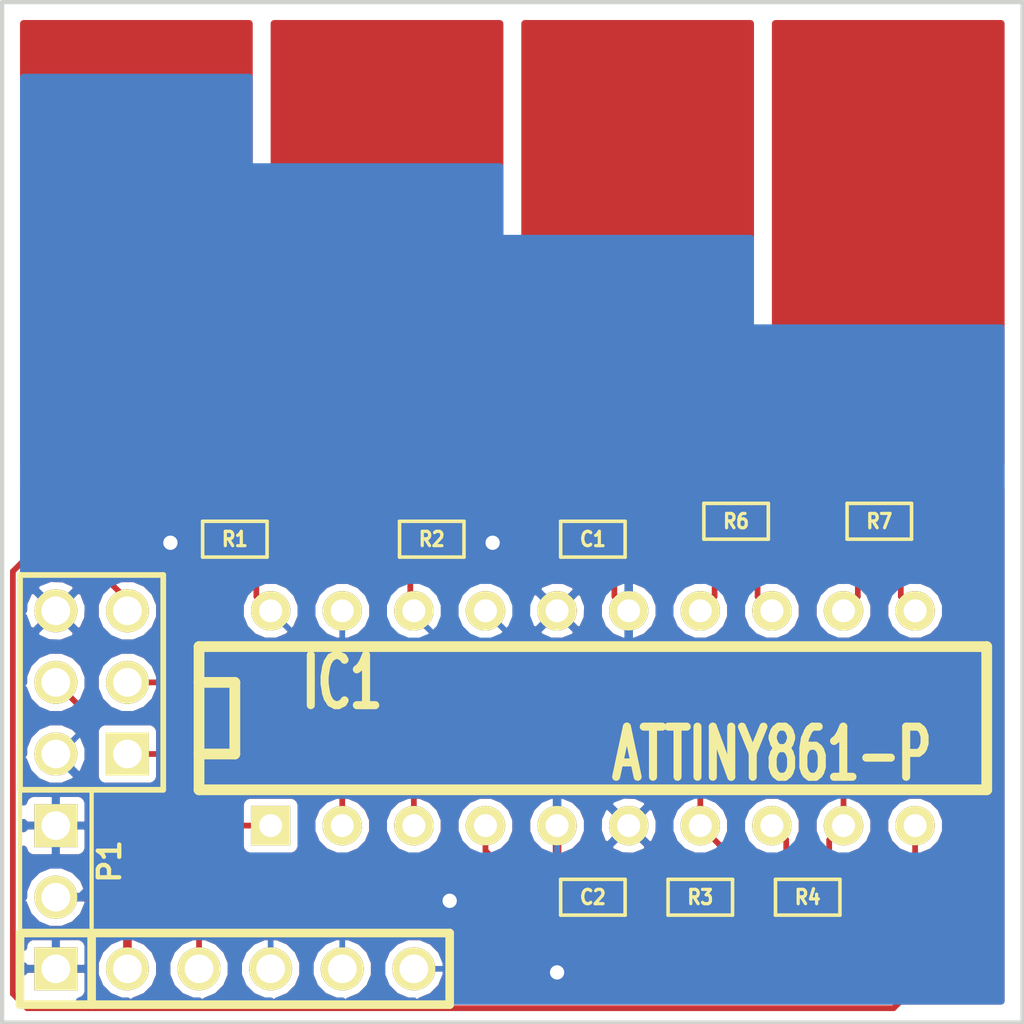
<source format=kicad_pcb>
(kicad_pcb (version 3) (host pcbnew "(2013-feb-26)-testing")

  (general
    (links 32)
    (no_connects 0)
    (area 128.690512 72.949999 175.335001 110.7186)
    (thickness 1.6)
    (drawings 4)
    (tracks 124)
    (zones 0)
    (modules 12)
    (nets 19)
  )

  (page A3)
  (layers
    (15 F.Cu signal)
    (0 B.Cu signal)
    (16 B.Adhes user)
    (17 F.Adhes user)
    (18 B.Paste user)
    (19 F.Paste user)
    (20 B.SilkS user)
    (21 F.SilkS user)
    (22 B.Mask user)
    (23 F.Mask user)
    (24 Dwgs.User user)
    (25 Cmts.User user)
    (26 Eco1.User user)
    (27 Eco2.User user)
    (28 Edge.Cuts user)
  )

  (setup
    (last_trace_width 0.2032)
    (user_trace_width 0.2032)
    (trace_clearance 0.2032)
    (zone_clearance 0.254)
    (zone_45_only no)
    (trace_min 0.1524)
    (segment_width 0.2)
    (edge_width 0.15)
    (via_size 0.762)
    (via_drill 0.508)
    (via_min_size 0.508)
    (via_min_drill 0.3302)
    (uvia_size 0.508)
    (uvia_drill 0.127)
    (uvias_allowed no)
    (uvia_min_size 0.508)
    (uvia_min_drill 0.127)
    (pcb_text_width 0.3)
    (pcb_text_size 1 1)
    (mod_edge_width 0.15)
    (mod_text_size 1 1)
    (mod_text_width 0.15)
    (pad_size 1 1)
    (pad_drill 0.6)
    (pad_to_mask_clearance 0)
    (aux_axis_origin 0 0)
    (visible_elements FFFFFFBF)
    (pcbplotparams
      (layerselection 3178497)
      (usegerberextensions true)
      (excludeedgelayer true)
      (linewidth 152400)
      (plotframeref false)
      (viasonmask false)
      (mode 1)
      (useauxorigin false)
      (hpglpennumber 1)
      (hpglpenspeed 20)
      (hpglpendiameter 15)
      (hpglpenoverlay 2)
      (psnegative false)
      (psa4output false)
      (plotreference true)
      (plotvalue true)
      (plotothertext true)
      (plotinvisibletext false)
      (padsonsilk false)
      (subtractmaskfromsilk false)
      (outputformat 1)
      (mirror false)
      (drillshape 1)
      (scaleselection 1)
      (outputdirectory ""))
  )

  (net 0 "")
  (net 1 /CAP1)
  (net 2 /CAP2)
  (net 3 /CAP3)
  (net 4 /CAP4)
  (net 5 /MISO)
  (net 6 /MOSI)
  (net 7 /PA1)
  (net 8 /PA3)
  (net 9 /SCK)
  (net 10 /SCL)
  (net 11 /SDA)
  (net 12 /nRESET)
  (net 13 GND)
  (net 14 N-000001)
  (net 15 N-0000014)
  (net 16 N-000003)
  (net 17 N-000007)
  (net 18 VCC)

  (net_class Default "This is the default net class."
    (clearance 0.2032)
    (trace_width 0.2032)
    (via_dia 0.762)
    (via_drill 0.508)
    (uvia_dia 0.508)
    (uvia_drill 0.127)
    (add_net "")
    (add_net /CAP1)
    (add_net /CAP2)
    (add_net /CAP3)
    (add_net /CAP4)
    (add_net /MISO)
    (add_net /MOSI)
    (add_net /PA1)
    (add_net /PA3)
    (add_net /SCK)
    (add_net /SCL)
    (add_net /SDA)
    (add_net /nRESET)
    (add_net GND)
    (add_net N-000001)
    (add_net N-0000014)
    (add_net N-000003)
    (add_net N-000007)
  )

  (net_class power ""
    (clearance 0.254)
    (trace_width 0.3048)
    (via_dia 0.762)
    (via_drill 0.508)
    (uvia_dia 0.508)
    (uvia_drill 0.127)
    (add_net VCC)
  )

  (module SM0603 (layer F.Cu) (tedit 4E43A3D1) (tstamp 512E7B56)
    (at 165.1 91.44)
    (path /512E78CA)
    (attr smd)
    (fp_text reference R6 (at 0 0) (layer F.SilkS)
      (effects (font (size 0.508 0.4572) (thickness 0.1143)))
    )
    (fp_text value 1M (at 0 0) (layer F.SilkS) hide
      (effects (font (size 0.508 0.4572) (thickness 0.1143)))
    )
    (fp_line (start -1.143 -0.635) (end 1.143 -0.635) (layer F.SilkS) (width 0.127))
    (fp_line (start 1.143 -0.635) (end 1.143 0.635) (layer F.SilkS) (width 0.127))
    (fp_line (start 1.143 0.635) (end -1.143 0.635) (layer F.SilkS) (width 0.127))
    (fp_line (start -1.143 0.635) (end -1.143 -0.635) (layer F.SilkS) (width 0.127))
    (pad 1 smd rect (at -0.762 0) (size 0.635 1.143)
      (layers F.Cu F.Paste F.Mask)
      (net 14 N-000001)
    )
    (pad 2 smd rect (at 0.762 0) (size 0.635 1.143)
      (layers F.Cu F.Paste F.Mask)
      (net 1 /CAP1)
    )
    (model smd\resistors\R0603.wrl
      (at (xyz 0 0 0.001))
      (scale (xyz 0.5 0.5 0.5))
      (rotate (xyz 0 0 0))
    )
  )

  (module SM0603 (layer F.Cu) (tedit 4E43A3D1) (tstamp 512E7B60)
    (at 170.18 91.44)
    (path /512E78D9)
    (attr smd)
    (fp_text reference R7 (at 0 0) (layer F.SilkS)
      (effects (font (size 0.508 0.4572) (thickness 0.1143)))
    )
    (fp_text value 1M (at 0 0) (layer F.SilkS) hide
      (effects (font (size 0.508 0.4572) (thickness 0.1143)))
    )
    (fp_line (start -1.143 -0.635) (end 1.143 -0.635) (layer F.SilkS) (width 0.127))
    (fp_line (start 1.143 -0.635) (end 1.143 0.635) (layer F.SilkS) (width 0.127))
    (fp_line (start 1.143 0.635) (end -1.143 0.635) (layer F.SilkS) (width 0.127))
    (fp_line (start -1.143 0.635) (end -1.143 -0.635) (layer F.SilkS) (width 0.127))
    (pad 1 smd rect (at -0.762 0) (size 0.635 1.143)
      (layers F.Cu F.Paste F.Mask)
      (net 15 N-0000014)
    )
    (pad 2 smd rect (at 0.762 0) (size 0.635 1.143)
      (layers F.Cu F.Paste F.Mask)
      (net 2 /CAP2)
    )
    (model smd\resistors\R0603.wrl
      (at (xyz 0 0 0.001))
      (scale (xyz 0.5 0.5 0.5))
      (rotate (xyz 0 0 0))
    )
  )

  (module SM0603 (layer F.Cu) (tedit 4E43A3D1) (tstamp 512E7B6A)
    (at 160.02 92.075 180)
    (path /512E79A1)
    (attr smd)
    (fp_text reference C1 (at 0 0 180) (layer F.SilkS)
      (effects (font (size 0.508 0.4572) (thickness 0.1143)))
    )
    (fp_text value 0.1uF (at 0 0 180) (layer F.SilkS) hide
      (effects (font (size 0.508 0.4572) (thickness 0.1143)))
    )
    (fp_line (start -1.143 -0.635) (end 1.143 -0.635) (layer F.SilkS) (width 0.127))
    (fp_line (start 1.143 -0.635) (end 1.143 0.635) (layer F.SilkS) (width 0.127))
    (fp_line (start 1.143 0.635) (end -1.143 0.635) (layer F.SilkS) (width 0.127))
    (fp_line (start -1.143 0.635) (end -1.143 -0.635) (layer F.SilkS) (width 0.127))
    (pad 1 smd rect (at -0.762 0 180) (size 0.635 1.143)
      (layers F.Cu F.Paste F.Mask)
      (net 18 VCC)
    )
    (pad 2 smd rect (at 0.762 0 180) (size 0.635 1.143)
      (layers F.Cu F.Paste F.Mask)
      (net 13 GND)
    )
    (model smd\resistors\R0603.wrl
      (at (xyz 0 0 0.001))
      (scale (xyz 0.5 0.5 0.5))
      (rotate (xyz 0 0 0))
    )
  )

  (module SM0603 (layer F.Cu) (tedit 4E43A3D1) (tstamp 512E7B74)
    (at 163.83 104.775)
    (path /51350061)
    (attr smd)
    (fp_text reference R3 (at 0 0) (layer F.SilkS)
      (effects (font (size 0.508 0.4572) (thickness 0.1143)))
    )
    (fp_text value 1M (at 0 0) (layer F.SilkS) hide
      (effects (font (size 0.508 0.4572) (thickness 0.1143)))
    )
    (fp_line (start -1.143 -0.635) (end 1.143 -0.635) (layer F.SilkS) (width 0.127))
    (fp_line (start 1.143 -0.635) (end 1.143 0.635) (layer F.SilkS) (width 0.127))
    (fp_line (start 1.143 0.635) (end -1.143 0.635) (layer F.SilkS) (width 0.127))
    (fp_line (start -1.143 0.635) (end -1.143 -0.635) (layer F.SilkS) (width 0.127))
    (pad 1 smd rect (at -0.762 0) (size 0.635 1.143)
      (layers F.Cu F.Paste F.Mask)
      (net 16 N-000003)
    )
    (pad 2 smd rect (at 0.762 0) (size 0.635 1.143)
      (layers F.Cu F.Paste F.Mask)
      (net 3 /CAP3)
    )
    (model smd\resistors\R0603.wrl
      (at (xyz 0 0 0.001))
      (scale (xyz 0.5 0.5 0.5))
      (rotate (xyz 0 0 0))
    )
  )

  (module SM0603 (layer F.Cu) (tedit 4E43A3D1) (tstamp 512E7B7E)
    (at 167.64 104.775)
    (path /513500A1)
    (attr smd)
    (fp_text reference R4 (at 0 0) (layer F.SilkS)
      (effects (font (size 0.508 0.4572) (thickness 0.1143)))
    )
    (fp_text value 1M (at 0 0) (layer F.SilkS) hide
      (effects (font (size 0.508 0.4572) (thickness 0.1143)))
    )
    (fp_line (start -1.143 -0.635) (end 1.143 -0.635) (layer F.SilkS) (width 0.127))
    (fp_line (start 1.143 -0.635) (end 1.143 0.635) (layer F.SilkS) (width 0.127))
    (fp_line (start 1.143 0.635) (end -1.143 0.635) (layer F.SilkS) (width 0.127))
    (fp_line (start -1.143 0.635) (end -1.143 -0.635) (layer F.SilkS) (width 0.127))
    (pad 1 smd rect (at -0.762 0) (size 0.635 1.143)
      (layers F.Cu F.Paste F.Mask)
      (net 17 N-000007)
    )
    (pad 2 smd rect (at 0.762 0) (size 0.635 1.143)
      (layers F.Cu F.Paste F.Mask)
      (net 4 /CAP4)
    )
    (model smd\resistors\R0603.wrl
      (at (xyz 0 0 0.001))
      (scale (xyz 0.5 0.5 0.5))
      (rotate (xyz 0 0 0))
    )
  )

  (module SM0603 (layer F.Cu) (tedit 4E43A3D1) (tstamp 512E7B92)
    (at 147.32 92.075)
    (path /512E7C29)
    (attr smd)
    (fp_text reference R1 (at 0 0) (layer F.SilkS)
      (effects (font (size 0.508 0.4572) (thickness 0.1143)))
    )
    (fp_text value 4K7 (at 0 0) (layer F.SilkS) hide
      (effects (font (size 0.508 0.4572) (thickness 0.1143)))
    )
    (fp_line (start -1.143 -0.635) (end 1.143 -0.635) (layer F.SilkS) (width 0.127))
    (fp_line (start 1.143 -0.635) (end 1.143 0.635) (layer F.SilkS) (width 0.127))
    (fp_line (start 1.143 0.635) (end -1.143 0.635) (layer F.SilkS) (width 0.127))
    (fp_line (start -1.143 0.635) (end -1.143 -0.635) (layer F.SilkS) (width 0.127))
    (pad 1 smd rect (at -0.762 0) (size 0.635 1.143)
      (layers F.Cu F.Paste F.Mask)
      (net 18 VCC)
    )
    (pad 2 smd rect (at 0.762 0) (size 0.635 1.143)
      (layers F.Cu F.Paste F.Mask)
      (net 11 /SDA)
    )
    (model smd\resistors\R0603.wrl
      (at (xyz 0 0 0.001))
      (scale (xyz 0.5 0.5 0.5))
      (rotate (xyz 0 0 0))
    )
  )

  (module SM0603 (layer F.Cu) (tedit 4E43A3D1) (tstamp 512E7B9C)
    (at 154.305 92.075 180)
    (path /512E7C38)
    (attr smd)
    (fp_text reference R2 (at 0 0 180) (layer F.SilkS)
      (effects (font (size 0.508 0.4572) (thickness 0.1143)))
    )
    (fp_text value 4K7 (at 0 0 180) (layer F.SilkS) hide
      (effects (font (size 0.508 0.4572) (thickness 0.1143)))
    )
    (fp_line (start -1.143 -0.635) (end 1.143 -0.635) (layer F.SilkS) (width 0.127))
    (fp_line (start 1.143 -0.635) (end 1.143 0.635) (layer F.SilkS) (width 0.127))
    (fp_line (start 1.143 0.635) (end -1.143 0.635) (layer F.SilkS) (width 0.127))
    (fp_line (start -1.143 0.635) (end -1.143 -0.635) (layer F.SilkS) (width 0.127))
    (pad 1 smd rect (at -0.762 0 180) (size 0.635 1.143)
      (layers F.Cu F.Paste F.Mask)
      (net 18 VCC)
    )
    (pad 2 smd rect (at 0.762 0 180) (size 0.635 1.143)
      (layers F.Cu F.Paste F.Mask)
      (net 10 /SCL)
    )
    (model smd\resistors\R0603.wrl
      (at (xyz 0 0 0.001))
      (scale (xyz 0.5 0.5 0.5))
      (rotate (xyz 0 0 0))
    )
  )

  (module PIN_ARRAY_2X1 (layer F.Cu) (tedit 4565C520) (tstamp 512E7BA6)
    (at 140.97 103.505 270)
    (descr "Connecteurs 2 pins")
    (tags "CONN DEV")
    (path /512E7DD4)
    (fp_text reference P1 (at 0 -1.905 270) (layer F.SilkS)
      (effects (font (size 0.762 0.762) (thickness 0.1524)))
    )
    (fp_text value CONN_2 (at 0 -1.905 270) (layer F.SilkS) hide
      (effects (font (size 0.762 0.762) (thickness 0.1524)))
    )
    (fp_line (start -2.54 1.27) (end -2.54 -1.27) (layer F.SilkS) (width 0.1524))
    (fp_line (start -2.54 -1.27) (end 2.54 -1.27) (layer F.SilkS) (width 0.1524))
    (fp_line (start 2.54 -1.27) (end 2.54 1.27) (layer F.SilkS) (width 0.1524))
    (fp_line (start 2.54 1.27) (end -2.54 1.27) (layer F.SilkS) (width 0.1524))
    (pad 1 thru_hole rect (at -1.27 0 270) (size 1.524 1.524) (drill 1.016)
      (layers *.Cu *.Mask F.SilkS)
      (net 13 GND)
    )
    (pad 2 thru_hole circle (at 1.27 0 270) (size 1.524 1.524) (drill 1.016)
      (layers *.Cu *.Mask F.SilkS)
      (net 18 VCC)
    )
    (model pin_array/pins_array_2x1.wrl
      (at (xyz 0 0 0))
      (scale (xyz 1 1 1))
      (rotate (xyz 0 0 0))
    )
  )

  (module PIN_ARRAY-6X1 (layer F.Cu) (tedit 513503B6) (tstamp 512E7BB5)
    (at 147.32 107.315)
    (descr "Connecteur 6 pins")
    (tags "CONN DEV")
    (path /512E8037)
    (fp_text reference P2 (at -17.145 2.54) (layer F.SilkS) hide
      (effects (font (size 1.016 1.016) (thickness 0.2032)))
    )
    (fp_text value CONN_6 (at 0 2.159) (layer F.SilkS) hide
      (effects (font (size 1.016 0.889) (thickness 0.2032)))
    )
    (fp_line (start -7.62 1.27) (end -7.62 -1.27) (layer F.SilkS) (width 0.3048))
    (fp_line (start -7.62 -1.27) (end 7.62 -1.27) (layer F.SilkS) (width 0.3048))
    (fp_line (start 7.62 -1.27) (end 7.62 1.27) (layer F.SilkS) (width 0.3048))
    (fp_line (start 7.62 1.27) (end -7.62 1.27) (layer F.SilkS) (width 0.3048))
    (fp_line (start -5.08 1.27) (end -5.08 -1.27) (layer F.SilkS) (width 0.3048))
    (pad 1 thru_hole rect (at -6.35 0) (size 1.524 1.524) (drill 1.016)
      (layers *.Cu *.Mask F.SilkS)
      (net 13 GND)
    )
    (pad 2 thru_hole circle (at -3.81 0) (size 1.524 1.524) (drill 1.016)
      (layers *.Cu *.Mask F.SilkS)
      (net 18 VCC)
    )
    (pad 3 thru_hole circle (at -1.27 0) (size 1.524 1.524) (drill 1.016)
      (layers *.Cu *.Mask F.SilkS)
      (net 10 /SCL)
    )
    (pad 4 thru_hole circle (at 1.27 0) (size 1.524 1.524) (drill 1.016)
      (layers *.Cu *.Mask F.SilkS)
      (net 11 /SDA)
    )
    (pad 5 thru_hole circle (at 3.81 0) (size 1.524 1.524) (drill 1.016)
      (layers *.Cu *.Mask F.SilkS)
      (net 7 /PA1)
    )
    (pad 6 thru_hole circle (at 6.35 0) (size 1.524 1.524) (drill 1.016)
      (layers *.Cu *.Mask F.SilkS)
      (net 8 /PA3)
    )
    (model pin_array/pins_array_6x1.wrl
      (at (xyz 0 0 0))
      (scale (xyz 1 1 1))
      (rotate (xyz 0 0 0))
    )
  )

  (module DIP-20__300 (layer F.Cu) (tedit 200000) (tstamp 512E7C85)
    (at 160.02 98.425)
    (descr "20 pins DIL package, round pads")
    (tags DIL)
    (path /512E7BAB)
    (fp_text reference IC1 (at -8.89 -1.27) (layer F.SilkS)
      (effects (font (size 1.778 1.143) (thickness 0.3048)))
    )
    (fp_text value ATTINY861-P (at 6.35 1.27) (layer F.SilkS)
      (effects (font (size 1.778 1.143) (thickness 0.3048)))
    )
    (fp_line (start -13.97 -1.27) (end -12.7 -1.27) (layer F.SilkS) (width 0.381))
    (fp_line (start -12.7 -1.27) (end -12.7 1.27) (layer F.SilkS) (width 0.381))
    (fp_line (start -12.7 1.27) (end -13.97 1.27) (layer F.SilkS) (width 0.381))
    (fp_line (start -13.97 -2.54) (end 13.97 -2.54) (layer F.SilkS) (width 0.381))
    (fp_line (start 13.97 -2.54) (end 13.97 2.54) (layer F.SilkS) (width 0.381))
    (fp_line (start 13.97 2.54) (end -13.97 2.54) (layer F.SilkS) (width 0.381))
    (fp_line (start -13.97 2.54) (end -13.97 -2.54) (layer F.SilkS) (width 0.381))
    (pad 1 thru_hole rect (at -11.43 3.81) (size 1.397 1.397) (drill 0.8128)
      (layers *.Cu *.Mask F.SilkS)
      (net 6 /MOSI)
    )
    (pad 2 thru_hole circle (at -8.89 3.81) (size 1.397 1.397) (drill 0.8128)
      (layers *.Cu *.Mask F.SilkS)
      (net 5 /MISO)
    )
    (pad 3 thru_hole circle (at -6.35 3.81) (size 1.397 1.397) (drill 0.8128)
      (layers *.Cu *.Mask F.SilkS)
      (net 9 /SCK)
    )
    (pad 4 thru_hole circle (at -3.81 3.81) (size 1.397 1.397) (drill 0.8128)
      (layers *.Cu *.Mask F.SilkS)
      (net 16 N-000003)
    )
    (pad 5 thru_hole circle (at -1.27 3.81) (size 1.397 1.397) (drill 0.8128)
      (layers *.Cu *.Mask F.SilkS)
      (net 18 VCC)
    )
    (pad 6 thru_hole circle (at 1.27 3.81) (size 1.397 1.397) (drill 0.8128)
      (layers *.Cu *.Mask F.SilkS)
      (net 13 GND)
    )
    (pad 7 thru_hole circle (at 3.81 3.81) (size 1.397 1.397) (drill 0.8128)
      (layers *.Cu *.Mask F.SilkS)
      (net 3 /CAP3)
    )
    (pad 8 thru_hole circle (at 6.35 3.81) (size 1.397 1.397) (drill 0.8128)
      (layers *.Cu *.Mask F.SilkS)
      (net 17 N-000007)
    )
    (pad 9 thru_hole circle (at 8.89 3.81) (size 1.397 1.397) (drill 0.8128)
      (layers *.Cu *.Mask F.SilkS)
      (net 4 /CAP4)
    )
    (pad 10 thru_hole circle (at 11.43 3.81) (size 1.397 1.397) (drill 0.8128)
      (layers *.Cu *.Mask F.SilkS)
      (net 12 /nRESET)
    )
    (pad 11 thru_hole circle (at 11.43 -3.81) (size 1.397 1.397) (drill 0.8128)
      (layers *.Cu *.Mask F.SilkS)
      (net 2 /CAP2)
    )
    (pad 12 thru_hole circle (at 8.89 -3.81) (size 1.397 1.397) (drill 0.8128)
      (layers *.Cu *.Mask F.SilkS)
      (net 15 N-0000014)
    )
    (pad 13 thru_hole circle (at 6.35 -3.81) (size 1.397 1.397) (drill 0.8128)
      (layers *.Cu *.Mask F.SilkS)
      (net 1 /CAP1)
    )
    (pad 14 thru_hole circle (at 3.81 -3.81) (size 1.397 1.397) (drill 0.8128)
      (layers *.Cu *.Mask F.SilkS)
      (net 14 N-000001)
    )
    (pad 15 thru_hole circle (at 1.27 -3.81) (size 1.397 1.397) (drill 0.8128)
      (layers *.Cu *.Mask F.SilkS)
      (net 18 VCC)
    )
    (pad 16 thru_hole circle (at -1.27 -3.81) (size 1.397 1.397) (drill 0.8128)
      (layers *.Cu *.Mask F.SilkS)
      (net 13 GND)
    )
    (pad 17 thru_hole circle (at -3.81 -3.81) (size 1.397 1.397) (drill 0.8128)
      (layers *.Cu *.Mask F.SilkS)
      (net 8 /PA3)
    )
    (pad 18 thru_hole circle (at -6.35 -3.81) (size 1.397 1.397) (drill 0.8128)
      (layers *.Cu *.Mask F.SilkS)
      (net 10 /SCL)
    )
    (pad 19 thru_hole circle (at -8.89 -3.81) (size 1.397 1.397) (drill 0.8128)
      (layers *.Cu *.Mask F.SilkS)
      (net 7 /PA1)
    )
    (pad 20 thru_hole circle (at -11.43 -3.81) (size 1.397 1.397) (drill 0.8128)
      (layers *.Cu *.Mask F.SilkS)
      (net 11 /SDA)
    )
    (model dil/dil_20.wrl
      (at (xyz 0 0 0))
      (scale (xyz 1 1 1))
      (rotate (xyz 0 0 0))
    )
  )

  (module pin_array_3x2 (layer F.Cu) (tedit 513504F3) (tstamp 51350329)
    (at 142.24 97.155 90)
    (descr "Double rangee de contacts 2 x 4 pins")
    (tags CONN)
    (path /5135027D)
    (fp_text reference P3 (at 10.795 -0.635 90) (layer F.SilkS) hide
      (effects (font (size 1.016 1.016) (thickness 0.2032)))
    )
    (fp_text value CONN_3X2 (at 0 3.81 90) (layer F.SilkS) hide
      (effects (font (size 1.016 1.016) (thickness 0.2032)))
    )
    (fp_line (start 3.81 2.54) (end -3.81 2.54) (layer F.SilkS) (width 0.2032))
    (fp_line (start -3.81 -2.54) (end 3.81 -2.54) (layer F.SilkS) (width 0.2032))
    (fp_line (start 3.81 -2.54) (end 3.81 2.54) (layer F.SilkS) (width 0.2032))
    (fp_line (start -3.81 2.54) (end -3.81 -2.54) (layer F.SilkS) (width 0.2032))
    (pad 1 thru_hole rect (at -2.54 1.27 90) (size 1.524 1.524) (drill 1.016)
      (layers *.Cu *.Mask F.SilkS)
      (net 5 /MISO)
    )
    (pad 2 thru_hole circle (at -2.54 -1.27 90) (size 1.524 1.524) (drill 1.016)
      (layers *.Cu *.Mask F.SilkS)
      (net 18 VCC)
    )
    (pad 3 thru_hole circle (at 0 1.27 90) (size 1.524 1.524) (drill 1.016)
      (layers *.Cu *.Mask F.SilkS)
      (net 9 /SCK)
    )
    (pad 4 thru_hole circle (at 0 -1.27 90) (size 1.524 1.524) (drill 1.016)
      (layers *.Cu *.Mask F.SilkS)
      (net 6 /MOSI)
    )
    (pad 5 thru_hole circle (at 2.54 1.27 90) (size 1.524 1.524) (drill 1.016)
      (layers *.Cu *.Mask F.SilkS)
      (net 12 /nRESET)
    )
    (pad 6 thru_hole circle (at 2.54 -1.27 90) (size 1.524 1.524) (drill 1.016)
      (layers *.Cu *.Mask F.SilkS)
      (net 13 GND)
    )
    (model pin_array/pins_array_3x2.wrl
      (at (xyz 0 0 0))
      (scale (xyz 1 1 1))
      (rotate (xyz 0 0 0))
    )
  )

  (module SM0603 (layer F.Cu) (tedit 4E43A3D1) (tstamp 513504B0)
    (at 160.02 104.775)
    (path /513504D3)
    (attr smd)
    (fp_text reference C2 (at 0 0) (layer F.SilkS)
      (effects (font (size 0.508 0.4572) (thickness 0.1143)))
    )
    (fp_text value 0.1uF (at 0 0) (layer F.SilkS) hide
      (effects (font (size 0.508 0.4572) (thickness 0.1143)))
    )
    (fp_line (start -1.143 -0.635) (end 1.143 -0.635) (layer F.SilkS) (width 0.127))
    (fp_line (start 1.143 -0.635) (end 1.143 0.635) (layer F.SilkS) (width 0.127))
    (fp_line (start 1.143 0.635) (end -1.143 0.635) (layer F.SilkS) (width 0.127))
    (fp_line (start -1.143 0.635) (end -1.143 -0.635) (layer F.SilkS) (width 0.127))
    (pad 1 smd rect (at -0.762 0) (size 0.635 1.143)
      (layers F.Cu F.Paste F.Mask)
      (net 18 VCC)
    )
    (pad 2 smd rect (at 0.762 0) (size 0.635 1.143)
      (layers F.Cu F.Paste F.Mask)
      (net 13 GND)
    )
    (model smd\resistors\R0603.wrl
      (at (xyz 0 0 0.001))
      (scale (xyz 0.5 0.5 0.5))
      (rotate (xyz 0 0 0))
    )
  )

  (gr_line (start 139.065 73.025) (end 175.26 73.025) (angle 90) (layer Edge.Cuts) (width 0.15))
  (gr_line (start 139.065 109.22) (end 139.065 73.025) (angle 90) (layer Edge.Cuts) (width 0.15))
  (gr_line (start 175.26 109.22) (end 139.065 109.22) (angle 90) (layer Edge.Cuts) (width 0.15))
  (gr_line (start 175.26 73.025) (end 175.26 109.22) (angle 90) (layer Edge.Cuts) (width 0.15))

  (segment (start 165.862 91.44) (end 165.862 89.662) (width 0.2032) (layer F.Cu) (net 1))
  (segment (start 165.862 89.662) (end 164.465 88.265) (width 0.2032) (layer F.Cu) (net 1) (tstamp 513507AF))
  (segment (start 165.862 91.44) (end 165.862 94.107) (width 0.2032) (layer F.Cu) (net 1))
  (segment (start 165.862 94.107) (end 166.37 94.615) (width 0.2032) (layer F.Cu) (net 1) (tstamp 513507A9))
  (segment (start 170.942 91.44) (end 170.942 87.757) (width 0.2032) (layer F.Cu) (net 2))
  (segment (start 170.942 87.757) (end 170.815 87.63) (width 0.2032) (layer F.Cu) (net 2) (tstamp 513507A6))
  (segment (start 170.942 91.44) (end 170.942 94.107) (width 0.2032) (layer F.Cu) (net 2))
  (segment (start 170.942 94.107) (end 171.45 94.615) (width 0.2032) (layer F.Cu) (net 2) (tstamp 5135079F))
  (segment (start 163.83 102.235) (end 163.83 99.695) (width 0.2032) (layer F.Cu) (net 3))
  (segment (start 147.955 90.17) (end 146.685 88.9) (width 0.2032) (layer F.Cu) (net 3) (tstamp 51350817))
  (segment (start 151.765 90.17) (end 147.955 90.17) (width 0.2032) (layer F.Cu) (net 3) (tstamp 51350816))
  (segment (start 152.4 90.805) (end 151.765 90.17) (width 0.2032) (layer F.Cu) (net 3) (tstamp 51350815))
  (segment (start 152.4 96.52) (end 152.4 90.805) (width 0.2032) (layer F.Cu) (net 3) (tstamp 51350813))
  (segment (start 153.67 97.79) (end 152.4 96.52) (width 0.2032) (layer F.Cu) (net 3) (tstamp 51350811))
  (segment (start 161.925 97.79) (end 153.67 97.79) (width 0.2032) (layer F.Cu) (net 3) (tstamp 5135080F))
  (segment (start 163.83 99.695) (end 161.925 97.79) (width 0.2032) (layer F.Cu) (net 3) (tstamp 5135080D))
  (segment (start 164.592 104.775) (end 164.592 102.997) (width 0.2032) (layer F.Cu) (net 3))
  (segment (start 164.592 102.997) (end 163.83 102.235) (width 0.2032) (layer F.Cu) (net 3) (tstamp 513507BB))
  (segment (start 168.91 102.235) (end 168.91 100.965) (width 0.2032) (layer F.Cu) (net 4))
  (segment (start 157.48 90.17) (end 156.21 88.9) (width 0.2032) (layer F.Cu) (net 4) (tstamp 51350823))
  (segment (start 157.48 95.885) (end 157.48 90.17) (width 0.2032) (layer F.Cu) (net 4) (tstamp 51350821))
  (segment (start 158.75 97.155) (end 157.48 95.885) (width 0.2032) (layer F.Cu) (net 4) (tstamp 5135081F))
  (segment (start 165.1 97.155) (end 158.75 97.155) (width 0.2032) (layer F.Cu) (net 4) (tstamp 5135081D))
  (segment (start 168.91 100.965) (end 165.1 97.155) (width 0.2032) (layer F.Cu) (net 4) (tstamp 5135081B))
  (segment (start 168.402 104.775) (end 168.402 102.743) (width 0.2032) (layer F.Cu) (net 4))
  (segment (start 168.402 102.743) (end 168.91 102.235) (width 0.2032) (layer F.Cu) (net 4) (tstamp 513507B6))
  (segment (start 143.51 99.695) (end 149.987 99.695) (width 0.2032) (layer F.Cu) (net 5) (status 400000))
  (segment (start 151.13 100.838) (end 151.13 102.235) (width 0.2032) (layer F.Cu) (net 5) (tstamp 51350980) (status 800000))
  (segment (start 149.987 99.695) (end 151.13 100.838) (width 0.2032) (layer F.Cu) (net 5) (tstamp 5135097F))
  (segment (start 148.59 102.235) (end 143.383 102.235) (width 0.2032) (layer F.Cu) (net 6) (status 400000))
  (segment (start 142.24 98.425) (end 140.97 97.155) (width 0.2032) (layer F.Cu) (net 6) (tstamp 51350988) (status 800000))
  (segment (start 142.24 101.092) (end 142.24 98.425) (width 0.2032) (layer F.Cu) (net 6) (tstamp 51350986))
  (segment (start 143.383 102.235) (end 142.24 101.092) (width 0.2032) (layer F.Cu) (net 6) (tstamp 51350984))
  (segment (start 151.13 107.315) (end 151.13 106.172) (width 0.2032) (layer B.Cu) (net 7) (status 400000))
  (segment (start 151.13 97.028) (end 151.13 94.615) (width 0.2032) (layer B.Cu) (net 7) (tstamp 51350974) (status 800000))
  (segment (start 152.4 98.298) (end 151.13 97.028) (width 0.2032) (layer B.Cu) (net 7) (tstamp 51350972))
  (segment (start 152.4 104.902) (end 152.4 98.298) (width 0.2032) (layer B.Cu) (net 7) (tstamp 51350970))
  (segment (start 151.13 106.172) (end 152.4 104.902) (width 0.2032) (layer B.Cu) (net 7) (tstamp 5135096E))
  (segment (start 153.67 107.315) (end 155.321 107.315) (width 0.2032) (layer B.Cu) (net 8) (status 400000))
  (segment (start 157.48 95.885) (end 156.21 94.615) (width 0.2032) (layer B.Cu) (net 8) (tstamp 51350968) (status 800000))
  (segment (start 157.48 105.156) (end 157.48 95.885) (width 0.2032) (layer B.Cu) (net 8) (tstamp 51350965))
  (segment (start 155.321 107.315) (end 157.48 105.156) (width 0.2032) (layer B.Cu) (net 8) (tstamp 5135095F))
  (segment (start 153.67 102.235) (end 153.67 100.33) (width 0.2032) (layer F.Cu) (net 9) (status 400000))
  (segment (start 150.495 97.155) (end 143.51 97.155) (width 0.2032) (layer F.Cu) (net 9) (tstamp 5135097B) (status 800000))
  (segment (start 153.67 100.33) (end 150.495 97.155) (width 0.2032) (layer F.Cu) (net 9) (tstamp 51350979))
  (segment (start 153.67 94.615) (end 153.67 94.742) (width 0.2032) (layer B.Cu) (net 10) (status C00000))
  (segment (start 146.05 105.918) (end 146.05 107.315) (width 0.2032) (layer F.Cu) (net 10) (tstamp 513509AD) (status 800000))
  (segment (start 147.066 104.902) (end 146.05 105.918) (width 0.2032) (layer F.Cu) (net 10) (tstamp 513509AC))
  (segment (start 154.94 104.902) (end 147.066 104.902) (width 0.2032) (layer F.Cu) (net 10) (tstamp 513509AB))
  (via (at 154.94 104.902) (size 0.762) (layers F.Cu B.Cu) (net 10))
  (segment (start 154.94 96.012) (end 154.94 104.902) (width 0.2032) (layer B.Cu) (net 10) (tstamp 513509A3))
  (segment (start 153.67 94.742) (end 154.94 96.012) (width 0.2032) (layer B.Cu) (net 10) (tstamp 513509A1) (status 400000))
  (segment (start 153.543 92.075) (end 153.543 94.488) (width 0.2032) (layer F.Cu) (net 10))
  (segment (start 153.543 94.488) (end 153.67 94.615) (width 0.2032) (layer F.Cu) (net 10) (tstamp 513508D3))
  (segment (start 148.59 107.315) (end 148.59 106.172) (width 0.2032) (layer B.Cu) (net 11) (status 400000))
  (segment (start 149.86 95.885) (end 148.59 94.615) (width 0.2032) (layer B.Cu) (net 11) (tstamp 513509B6) (status 800000))
  (segment (start 149.86 104.902) (end 149.86 95.885) (width 0.2032) (layer B.Cu) (net 11) (tstamp 513509B3))
  (segment (start 148.59 106.172) (end 149.86 104.902) (width 0.2032) (layer B.Cu) (net 11) (tstamp 513509B1))
  (segment (start 148.082 92.075) (end 148.082 94.107) (width 0.2032) (layer F.Cu) (net 11))
  (segment (start 148.082 94.107) (end 148.59 94.615) (width 0.2032) (layer F.Cu) (net 11) (tstamp 513508D6))
  (segment (start 143.51 94.615) (end 143.51 94.234) (width 0.2032) (layer F.Cu) (net 12) (status C00000))
  (segment (start 171.45 107.95) (end 171.45 102.235) (width 0.2032) (layer F.Cu) (net 12) (tstamp 51350A43) (status 800000))
  (segment (start 170.688 108.712) (end 171.45 107.95) (width 0.2032) (layer F.Cu) (net 12) (tstamp 51350A40))
  (segment (start 139.954 108.712) (end 170.688 108.712) (width 0.2032) (layer F.Cu) (net 12) (tstamp 51350A3E))
  (segment (start 139.446 108.204) (end 139.954 108.712) (width 0.2032) (layer F.Cu) (net 12) (tstamp 51350A3D))
  (segment (start 139.446 93.218) (end 139.446 108.204) (width 0.2032) (layer F.Cu) (net 12) (tstamp 51350A3A))
  (segment (start 139.954 92.71) (end 139.446 93.218) (width 0.2032) (layer F.Cu) (net 12) (tstamp 51350A39))
  (segment (start 141.986 92.71) (end 139.954 92.71) (width 0.2032) (layer F.Cu) (net 12) (tstamp 51350A37))
  (segment (start 143.51 94.234) (end 141.986 92.71) (width 0.2032) (layer F.Cu) (net 12) (tstamp 51350A36) (status 400000))
  (segment (start 164.338 91.44) (end 164.338 94.107) (width 0.2032) (layer F.Cu) (net 14))
  (segment (start 164.338 94.107) (end 163.83 94.615) (width 0.2032) (layer F.Cu) (net 14) (tstamp 513507AC))
  (segment (start 169.418 91.44) (end 169.418 94.107) (width 0.2032) (layer F.Cu) (net 15))
  (segment (start 169.418 94.107) (end 168.91 94.615) (width 0.2032) (layer F.Cu) (net 15) (tstamp 513507A3))
  (segment (start 156.21 102.235) (end 156.21 103.124) (width 0.2032) (layer F.Cu) (net 16) (status 400000))
  (segment (start 163.068 105.918) (end 163.068 104.775) (width 0.2032) (layer F.Cu) (net 16) (tstamp 51350A16) (status 800000))
  (segment (start 162.56 106.426) (end 163.068 105.918) (width 0.2032) (layer F.Cu) (net 16) (tstamp 51350A15))
  (segment (start 158.75 106.426) (end 162.56 106.426) (width 0.2032) (layer F.Cu) (net 16) (tstamp 51350A14))
  (segment (start 158.242 105.918) (end 158.75 106.426) (width 0.2032) (layer F.Cu) (net 16) (tstamp 51350A13))
  (segment (start 158.242 104.394) (end 158.242 105.918) (width 0.2032) (layer F.Cu) (net 16) (tstamp 51350A12))
  (segment (start 157.734 103.886) (end 158.242 104.394) (width 0.2032) (layer F.Cu) (net 16) (tstamp 51350A11))
  (segment (start 156.972 103.886) (end 157.734 103.886) (width 0.2032) (layer F.Cu) (net 16) (tstamp 51350A10))
  (segment (start 156.21 103.124) (end 156.972 103.886) (width 0.2032) (layer F.Cu) (net 16) (tstamp 51350A0C))
  (segment (start 166.878 104.775) (end 166.878 102.743) (width 0.2032) (layer F.Cu) (net 17))
  (segment (start 166.878 102.743) (end 166.37 102.235) (width 0.2032) (layer F.Cu) (net 17) (tstamp 513507B3))
  (segment (start 143.256 105.156) (end 144.018 104.394) (width 0.2032) (layer F.Cu) (net 18))
  (segment (start 158.75 107.442) (end 158.75 102.235) (width 0.2032) (layer B.Cu) (net 18) (tstamp 51350A2A) (status 800000))
  (via (at 158.75 107.442) (size 0.762) (layers F.Cu B.Cu) (net 18))
  (segment (start 158.242 107.442) (end 158.75 107.442) (width 0.2032) (layer F.Cu) (net 18) (tstamp 51350A28))
  (segment (start 157.226 106.426) (end 158.242 107.442) (width 0.2032) (layer F.Cu) (net 18) (tstamp 51350A27))
  (segment (start 157.226 105.664) (end 157.226 106.426) (width 0.2032) (layer F.Cu) (net 18) (tstamp 51350A23))
  (segment (start 155.448 103.886) (end 157.226 105.664) (width 0.2032) (layer F.Cu) (net 18) (tstamp 51350A20))
  (segment (start 154.178 103.886) (end 155.448 103.886) (width 0.2032) (layer F.Cu) (net 18) (tstamp 51350A1F))
  (segment (start 153.67 104.394) (end 154.178 103.886) (width 0.2032) (layer F.Cu) (net 18) (tstamp 51350A1E))
  (segment (start 144.018 104.394) (end 153.67 104.394) (width 0.2032) (layer F.Cu) (net 18) (tstamp 51350A1D))
  (segment (start 140.97 99.695) (end 141.097 99.695) (width 0.2032) (layer B.Cu) (net 18) (status C00000))
  (segment (start 142.748 92.202) (end 145.034 92.202) (width 0.2032) (layer B.Cu) (net 18) (tstamp 513509ED))
  (segment (start 142.24 92.71) (end 142.748 92.202) (width 0.2032) (layer B.Cu) (net 18) (tstamp 513509EC))
  (segment (start 142.24 98.552) (end 142.24 92.71) (width 0.2032) (layer B.Cu) (net 18) (tstamp 513509EA))
  (segment (start 141.097 99.695) (end 142.24 98.552) (width 0.2032) (layer B.Cu) (net 18) (tstamp 513509E8) (status 400000))
  (segment (start 140.97 104.775) (end 141.859 104.775) (width 0.3048) (layer B.Cu) (net 18) (status 400000))
  (segment (start 143.002 101.727) (end 140.97 99.695) (width 0.3048) (layer B.Cu) (net 18) (tstamp 513509C8) (status 800000))
  (segment (start 143.002 103.632) (end 143.002 101.727) (width 0.3048) (layer B.Cu) (net 18) (tstamp 513509C6))
  (segment (start 141.859 104.775) (end 143.002 103.632) (width 0.3048) (layer B.Cu) (net 18) (tstamp 513509C4))
  (segment (start 140.97 104.775) (end 142.875 104.775) (width 0.3048) (layer F.Cu) (net 18) (status 400000))
  (segment (start 143.51 105.41) (end 143.51 107.315) (width 0.3048) (layer F.Cu) (net 18) (tstamp 513509BD) (status 800000))
  (segment (start 142.875 104.775) (end 143.256 105.156) (width 0.3048) (layer F.Cu) (net 18) (tstamp 513509BC))
  (segment (start 143.256 105.156) (end 143.51 105.41) (width 0.3048) (layer F.Cu) (net 18) (tstamp 51350A1B))
  (segment (start 146.558 92.075) (end 145.161 92.075) (width 0.3048) (layer F.Cu) (net 18))
  (segment (start 145.161 92.075) (end 145.034 92.202) (width 0.3048) (layer F.Cu) (net 18) (tstamp 5135092A))
  (via (at 145.034 92.202) (size 0.762) (layers F.Cu B.Cu) (net 18))
  (segment (start 145.034 92.202) (end 156.464 92.202) (width 0.3048) (layer B.Cu) (net 18) (tstamp 5135092C))
  (segment (start 155.067 92.075) (end 156.337 92.075) (width 0.3048) (layer F.Cu) (net 18))
  (segment (start 161.29 92.964) (end 161.29 94.615) (width 0.3048) (layer B.Cu) (net 18) (tstamp 51350921))
  (segment (start 160.528 92.202) (end 161.29 92.964) (width 0.3048) (layer B.Cu) (net 18) (tstamp 51350920))
  (segment (start 156.464 92.202) (end 160.528 92.202) (width 0.3048) (layer B.Cu) (net 18) (tstamp 5135091F))
  (via (at 156.464 92.202) (size 0.762) (layers F.Cu B.Cu) (net 18))
  (segment (start 156.337 92.075) (end 156.464 92.202) (width 0.3048) (layer F.Cu) (net 18) (tstamp 5135091C))
  (segment (start 158.75 102.235) (end 158.75 104.267) (width 0.3048) (layer F.Cu) (net 18))
  (segment (start 158.75 104.267) (end 159.258 104.775) (width 0.3048) (layer F.Cu) (net 18) (tstamp 513508EA))
  (segment (start 161.29 94.615) (end 161.29 97.155) (width 0.3048) (layer B.Cu) (net 18))
  (segment (start 161.29 97.155) (end 158.75 99.695) (width 0.3048) (layer B.Cu) (net 18) (tstamp 513508E2))
  (segment (start 158.75 99.695) (end 158.75 102.235) (width 0.3048) (layer B.Cu) (net 18) (tstamp 513508E5))
  (segment (start 160.782 92.075) (end 160.782 94.107) (width 0.2032) (layer F.Cu) (net 18))
  (segment (start 160.782 94.107) (end 161.29 94.615) (width 0.2032) (layer F.Cu) (net 18) (tstamp 51350831))

  (zone (net 2) (net_name /CAP2) (layer F.Cu) (tstamp 513506B3) (hatch edge 0.508)
    (connect_pads (clearance 0.254))
    (min_thickness 0.254)
    (fill (arc_segments 16) (thermal_gap 0.254) (thermal_bridge_width 0.2794))
    (polygon
      (pts
        (xy 174.625 89.535) (xy 166.37 89.535) (xy 166.37 73.66) (xy 174.625 73.66)
      )
    )
    (filled_polygon
      (pts
        (xy 174.498 89.408) (xy 166.497 89.408) (xy 166.497 73.787) (xy 174.498 73.787) (xy 174.498 89.408)
      )
    )
  )
  (zone (net 1) (net_name /CAP1) (layer F.Cu) (tstamp 513506CC) (hatch edge 0.508)
    (connect_pads (clearance 0.254))
    (min_thickness 0.254)
    (fill (arc_segments 16) (thermal_gap 0.254) (thermal_bridge_width 0.2794))
    (polygon
      (pts
        (xy 165.735 89.535) (xy 157.48 89.535) (xy 157.48 73.66) (xy 165.735 73.66)
      )
    )
    (filled_polygon
      (pts
        (xy 165.608 89.408) (xy 157.607 89.408) (xy 157.607 73.787) (xy 165.608 73.787) (xy 165.608 89.408)
      )
    )
  )
  (zone (net 4) (net_name /CAP4) (layer F.Cu) (tstamp 51350722) (hatch edge 0.508)
    (connect_pads (clearance 0.254))
    (min_thickness 0.254)
    (fill (arc_segments 16) (thermal_gap 0.254) (thermal_bridge_width 0.2794))
    (polygon
      (pts
        (xy 156.845 89.535) (xy 148.59 89.535) (xy 148.59 73.66) (xy 156.845 73.66)
      )
    )
    (filled_polygon
      (pts
        (xy 156.718 89.408) (xy 148.717 89.408) (xy 148.717 73.787) (xy 156.718 73.787) (xy 156.718 89.408)
      )
    )
  )
  (zone (net 3) (net_name /CAP3) (layer F.Cu) (tstamp 51350763) (hatch edge 0.508)
    (connect_pads (clearance 0.254))
    (min_thickness 0.254)
    (fill (arc_segments 16) (thermal_gap 0.254) (thermal_bridge_width 0.2794))
    (polygon
      (pts
        (xy 147.955 89.535) (xy 139.7 89.535) (xy 139.7 73.66) (xy 147.955 73.66)
      )
    )
    (filled_polygon
      (pts
        (xy 147.828 89.408) (xy 139.827 89.408) (xy 139.827 73.787) (xy 147.828 73.787) (xy 147.828 89.408)
      )
    )
  )
  (zone (net 13) (net_name GND) (layer F.Cu) (tstamp 51350841) (hatch edge 0.508)
    (connect_pads (clearance 0.254))
    (min_thickness 0.254)
    (fill (arc_segments 16) (thermal_gap 0.254) (thermal_bridge_width 0.2794))
    (polygon
      (pts
        (xy 174.625 108.585) (xy 139.7 108.585) (xy 139.7 90.17) (xy 174.625 90.17)
      )
    )
    (filled_polygon
      (pts
        (xy 174.498 108.458) (xy 172.529686 108.458) (xy 172.529686 102.021216) (xy 172.365689 101.624312) (xy 172.062286 101.320379)
        (xy 171.665668 101.155688) (xy 171.236216 101.155314) (xy 170.839312 101.319311) (xy 170.535379 101.622714) (xy 170.370688 102.019332)
        (xy 170.370314 102.448784) (xy 170.534311 102.845688) (xy 170.837714 103.149621) (xy 171.234332 103.314312) (xy 171.663784 103.314686)
        (xy 172.060688 103.150689) (xy 172.364621 102.847286) (xy 172.529312 102.450668) (xy 172.529686 102.021216) (xy 172.529686 108.458)
        (xy 170.116566 108.458) (xy 170.116566 91.936047) (xy 170.116566 90.793047) (xy 170.058684 90.652963) (xy 169.951601 90.545692)
        (xy 169.811618 90.487566) (xy 169.660047 90.487434) (xy 169.025047 90.487434) (xy 168.884963 90.545316) (xy 168.777692 90.652399)
        (xy 168.719566 90.792382) (xy 168.719434 90.943953) (xy 168.719434 92.086953) (xy 168.777316 92.227037) (xy 168.884399 92.334308)
        (xy 168.9354 92.355485) (xy 168.9354 93.535522) (xy 168.696216 93.535314) (xy 168.299312 93.699311) (xy 167.995379 94.002714)
        (xy 167.830688 94.399332) (xy 167.830314 94.828784) (xy 167.994311 95.225688) (xy 168.297714 95.529621) (xy 168.694332 95.694312)
        (xy 169.123784 95.694686) (xy 169.520688 95.530689) (xy 169.824621 95.227286) (xy 169.989312 94.830668) (xy 169.989686 94.401216)
        (xy 169.890044 94.160064) (xy 169.9006 94.107) (xy 169.9006 92.355524) (xy 169.951037 92.334684) (xy 170.058308 92.227601)
        (xy 170.116434 92.087618) (xy 170.116566 91.936047) (xy 170.116566 108.458) (xy 167.576566 108.458) (xy 167.576566 105.271047)
        (xy 167.576566 104.128047) (xy 167.518684 103.987963) (xy 167.411601 103.880692) (xy 167.3606 103.859514) (xy 167.3606 102.743)
        (xy 167.350016 102.689795) (xy 167.449312 102.450668) (xy 167.449686 102.021216) (xy 167.285689 101.624312) (xy 166.982286 101.320379)
        (xy 166.585668 101.155688) (xy 166.156216 101.155314) (xy 165.759312 101.319311) (xy 165.455379 101.622714) (xy 165.290688 102.019332)
        (xy 165.290314 102.448784) (xy 165.454311 102.845688) (xy 165.757714 103.149621) (xy 166.154332 103.314312) (xy 166.3954 103.314521)
        (xy 166.3954 103.859475) (xy 166.344963 103.880316) (xy 166.237692 103.987399) (xy 166.179566 104.127382) (xy 166.179434 104.278953)
        (xy 166.179434 105.421953) (xy 166.237316 105.562037) (xy 166.344399 105.669308) (xy 166.484382 105.727434) (xy 166.635953 105.727566)
        (xy 167.270953 105.727566) (xy 167.411037 105.669684) (xy 167.518308 105.562601) (xy 167.576434 105.422618) (xy 167.576566 105.271047)
        (xy 167.576566 108.458) (xy 163.766566 108.458) (xy 163.766566 105.271047) (xy 163.766566 104.128047) (xy 163.708684 103.987963)
        (xy 163.601601 103.880692) (xy 163.461618 103.822566) (xy 163.310047 103.822434) (xy 162.675047 103.822434) (xy 162.534963 103.880316)
        (xy 162.427692 103.987399) (xy 162.375037 104.114206) (xy 162.375037 102.05029) (xy 162.221757 101.649124) (xy 162.187847 101.598373)
        (xy 162.009847 101.533114) (xy 161.991886 101.551075) (xy 161.991886 101.515153) (xy 161.926627 101.337153) (xy 161.534576 101.161871)
        (xy 161.10529 101.149963) (xy 160.704124 101.303243) (xy 160.653373 101.337153) (xy 160.588114 101.515153) (xy 161.29 102.217039)
        (xy 161.991886 101.515153) (xy 161.991886 101.551075) (xy 161.307961 102.235) (xy 162.009847 102.936886) (xy 162.187847 102.871627)
        (xy 162.363129 102.479576) (xy 162.375037 102.05029) (xy 162.375037 104.114206) (xy 162.369566 104.127382) (xy 162.369434 104.278953)
        (xy 162.369434 105.421953) (xy 162.427316 105.562037) (xy 162.534399 105.669308) (xy 162.5854 105.690485) (xy 162.5854 105.9721)
        (xy 162.3601 106.1974) (xy 161.991886 106.1974) (xy 161.991886 102.954847) (xy 161.29 102.252961) (xy 161.272039 102.270922)
        (xy 161.272039 102.235) (xy 160.570153 101.533114) (xy 160.392153 101.598373) (xy 160.216871 101.990424) (xy 160.204963 102.41971)
        (xy 160.358243 102.820876) (xy 160.392153 102.871627) (xy 160.570153 102.936886) (xy 161.272039 102.235) (xy 161.272039 102.270922)
        (xy 160.588114 102.954847) (xy 160.653373 103.132847) (xy 161.045424 103.308129) (xy 161.47471 103.320037) (xy 161.875876 103.166757)
        (xy 161.926627 103.132847) (xy 161.991886 102.954847) (xy 161.991886 106.1974) (xy 161.480566 106.1974) (xy 161.480566 105.271047)
        (xy 161.480566 104.278953) (xy 161.480434 104.127382) (xy 161.422308 103.987399) (xy 161.315037 103.880316) (xy 161.174953 103.822434)
        (xy 160.88995 103.8225) (xy 160.7947 103.91775) (xy 160.7947 104.7623) (xy 161.38525 104.7623) (xy 161.4805 104.66705)
        (xy 161.480566 104.278953) (xy 161.480566 105.271047) (xy 161.4805 104.88295) (xy 161.38525 104.7877) (xy 160.7947 104.7877)
        (xy 160.7947 105.63225) (xy 160.88995 105.7275) (xy 161.174953 105.727566) (xy 161.315037 105.669684) (xy 161.422308 105.562601)
        (xy 161.480434 105.422618) (xy 161.480566 105.271047) (xy 161.480566 106.1974) (xy 160.7693 106.1974) (xy 160.7693 105.63225)
        (xy 160.7693 104.7877) (xy 160.7693 104.7623) (xy 160.7693 103.91775) (xy 160.67405 103.8225) (xy 160.389047 103.822434)
        (xy 160.248963 103.880316) (xy 160.141692 103.987399) (xy 160.083566 104.127382) (xy 160.083434 104.278953) (xy 160.0835 104.66705)
        (xy 160.17875 104.7623) (xy 160.7693 104.7623) (xy 160.7693 104.7877) (xy 160.17875 104.7877) (xy 160.0835 104.88295)
        (xy 160.083434 105.271047) (xy 160.083566 105.422618) (xy 160.141692 105.562601) (xy 160.248963 105.669684) (xy 160.389047 105.727566)
        (xy 160.67405 105.7275) (xy 160.7693 105.63225) (xy 160.7693 106.1974) (xy 159.956566 106.1974) (xy 159.956566 105.271047)
        (xy 159.956566 104.128047) (xy 159.898684 103.987963) (xy 159.829686 103.918843) (xy 159.829686 102.021216) (xy 159.665689 101.624312)
        (xy 159.362286 101.320379) (xy 158.965668 101.155688) (xy 158.536216 101.155314) (xy 158.139312 101.319311) (xy 157.835379 101.622714)
        (xy 157.670688 102.019332) (xy 157.670314 102.448784) (xy 157.834311 102.845688) (xy 158.137714 103.149621) (xy 158.534332 103.314312)
        (xy 158.963784 103.314686) (xy 159.360688 103.150689) (xy 159.664621 102.847286) (xy 159.829312 102.450668) (xy 159.829686 102.021216)
        (xy 159.829686 103.918843) (xy 159.791601 103.880692) (xy 159.651618 103.822566) (xy 159.500047 103.822434) (xy 158.865047 103.822434)
        (xy 158.724963 103.880316) (xy 158.617692 103.987399) (xy 158.559566 104.127382) (xy 158.559434 104.278953) (xy 158.559434 105.421953)
        (xy 158.617316 105.562037) (xy 158.724399 105.669308) (xy 158.864382 105.727434) (xy 159.015953 105.727566) (xy 159.650953 105.727566)
        (xy 159.791037 105.669684) (xy 159.898308 105.562601) (xy 159.956434 105.422618) (xy 159.956566 105.271047) (xy 159.956566 106.1974)
        (xy 157.6799 106.1974) (xy 156.6926 105.2101) (xy 156.6926 103.203613) (xy 156.820688 103.150689) (xy 157.124621 102.847286)
        (xy 157.289312 102.450668) (xy 157.289686 102.021216) (xy 157.125689 101.624312) (xy 156.822286 101.320379) (xy 156.425668 101.155688)
        (xy 155.996216 101.155314) (xy 155.599312 101.319311) (xy 155.295379 101.622714) (xy 155.130688 102.019332) (xy 155.130314 102.448784)
        (xy 155.294311 102.845688) (xy 155.597714 103.149621) (xy 155.7274 103.203471) (xy 155.7274 105.41) (xy 155.764136 105.594683)
        (xy 155.86875 105.75125) (xy 157.13875 107.02125) (xy 157.295317 107.125864) (xy 157.48 107.1626) (xy 162.56 107.1626)
        (xy 162.744683 107.125864) (xy 162.90125 107.02125) (xy 163.409246 106.513252) (xy 163.409249 106.51325) (xy 163.40925 106.51325)
        (xy 163.513864 106.356683) (xy 163.5506 106.172) (xy 163.5506 105.690524) (xy 163.601037 105.669684) (xy 163.708308 105.562601)
        (xy 163.766434 105.422618) (xy 163.766566 105.271047) (xy 163.766566 108.458) (xy 153.896835 108.458) (xy 154.316611 108.284553)
        (xy 154.638423 107.963302) (xy 154.8128 107.543354) (xy 154.813197 107.088641) (xy 154.749686 106.934932) (xy 154.749686 102.021216)
        (xy 154.585689 101.624312) (xy 154.282286 101.320379) (xy 153.885668 101.155688) (xy 153.456216 101.155314) (xy 153.059312 101.319311)
        (xy 152.755379 101.622714) (xy 152.590688 102.019332) (xy 152.590314 102.448784) (xy 152.754311 102.845688) (xy 153.057714 103.149621)
        (xy 153.454332 103.314312) (xy 153.883784 103.314686) (xy 154.280688 103.150689) (xy 154.584621 102.847286) (xy 154.749312 102.450668)
        (xy 154.749686 102.021216) (xy 154.749686 106.934932) (xy 154.639553 106.668389) (xy 154.318302 106.346577) (xy 153.898354 106.1722)
        (xy 153.443641 106.171803) (xy 153.023389 106.345447) (xy 152.701577 106.666698) (xy 152.5272 107.086646) (xy 152.526803 107.541359)
        (xy 152.700447 107.961611) (xy 153.021698 108.283423) (xy 153.441646 108.4578) (xy 153.67072 108.458) (xy 151.356835 108.458)
        (xy 151.776611 108.284553) (xy 152.098423 107.963302) (xy 152.2728 107.543354) (xy 152.273197 107.088641) (xy 152.209686 106.934932)
        (xy 152.209686 102.021216) (xy 152.045689 101.624312) (xy 151.742286 101.320379) (xy 151.345668 101.155688) (xy 150.916216 101.155314)
        (xy 150.519312 101.319311) (xy 150.215379 101.622714) (xy 150.050688 102.019332) (xy 150.050314 102.448784) (xy 150.214311 102.845688)
        (xy 150.517714 103.149621) (xy 150.914332 103.314312) (xy 151.343784 103.314686) (xy 151.740688 103.150689) (xy 152.044621 102.847286)
        (xy 152.209312 102.450668) (xy 152.209686 102.021216) (xy 152.209686 106.934932) (xy 152.099553 106.668389) (xy 151.778302 106.346577)
        (xy 151.358354 106.1722) (xy 150.903641 106.171803) (xy 150.483389 106.345447) (xy 150.161577 106.666698) (xy 149.9872 107.086646)
        (xy 149.986803 107.541359) (xy 150.160447 107.961611) (xy 150.481698 108.283423) (xy 150.901646 108.4578) (xy 151.13072 108.458)
        (xy 148.816835 108.458) (xy 149.236611 108.284553) (xy 149.558423 107.963302) (xy 149.7328 107.543354) (xy 149.733197 107.088641)
        (xy 149.669686 106.934932) (xy 149.669686 94.401216) (xy 149.505689 94.004312) (xy 149.202286 93.700379) (xy 148.805668 93.535688)
        (xy 148.780566 93.535666) (xy 148.780566 92.571047) (xy 148.780566 91.428047) (xy 148.722684 91.287963) (xy 148.615601 91.180692)
        (xy 148.475618 91.122566) (xy 148.324047 91.122434) (xy 147.689047 91.122434) (xy 147.548963 91.180316) (xy 147.441692 91.287399)
        (xy 147.383566 91.427382) (xy 147.383434 91.578953) (xy 147.383434 92.721953) (xy 147.441316 92.862037) (xy 147.548399 92.969308)
        (xy 147.688382 93.027434) (xy 147.839953 93.027566) (xy 148.474953 93.027566) (xy 148.615037 92.969684) (xy 148.722308 92.862601)
        (xy 148.780434 92.722618) (xy 148.780566 92.571047) (xy 148.780566 93.535666) (xy 148.376216 93.535314) (xy 147.979312 93.699311)
        (xy 147.675379 94.002714) (xy 147.510688 94.399332) (xy 147.510314 94.828784) (xy 147.674311 95.225688) (xy 147.977714 95.529621)
        (xy 148.374332 95.694312) (xy 148.803784 95.694686) (xy 149.200688 95.530689) (xy 149.504621 95.227286) (xy 149.669312 94.830668)
        (xy 149.669686 94.401216) (xy 149.669686 106.934932) (xy 149.669566 106.934641) (xy 149.669566 102.858047) (xy 149.669566 101.461047)
        (xy 149.611684 101.320963) (xy 149.504601 101.213692) (xy 149.364618 101.155566) (xy 149.213047 101.155434) (xy 147.816047 101.155434)
        (xy 147.675963 101.213316) (xy 147.568692 101.320399) (xy 147.510566 101.460382) (xy 147.510434 101.611953) (xy 147.510434 103.008953)
        (xy 147.568316 103.149037) (xy 147.675399 103.256308) (xy 147.815382 103.314434) (xy 147.966953 103.314566) (xy 149.363953 103.314566)
        (xy 149.504037 103.256684) (xy 149.611308 103.149601) (xy 149.669434 103.009618) (xy 149.669566 102.858047) (xy 149.669566 106.934641)
        (xy 149.559553 106.668389) (xy 149.238302 106.346577) (xy 148.818354 106.1722) (xy 148.363641 106.171803) (xy 147.943389 106.345447)
        (xy 147.621577 106.666698) (xy 147.4472 107.086646) (xy 147.446803 107.541359) (xy 147.620447 107.961611) (xy 147.941698 108.283423)
        (xy 148.361646 108.4578) (xy 148.59072 108.458) (xy 147.256566 108.458) (xy 147.256566 92.571047) (xy 147.256566 91.428047)
        (xy 147.198684 91.287963) (xy 147.091601 91.180692) (xy 146.951618 91.122566) (xy 146.800047 91.122434) (xy 146.165047 91.122434)
        (xy 146.024963 91.180316) (xy 145.917692 91.287399) (xy 145.859566 91.427382) (xy 145.859434 91.578953) (xy 145.859434 92.721953)
        (xy 145.917316 92.862037) (xy 146.024399 92.969308) (xy 146.164382 93.027434) (xy 146.315953 93.027566) (xy 146.950953 93.027566)
        (xy 147.091037 92.969684) (xy 147.198308 92.862601) (xy 147.256434 92.722618) (xy 147.256566 92.571047) (xy 147.256566 108.458)
        (xy 146.276835 108.458) (xy 146.696611 108.284553) (xy 147.018423 107.963302) (xy 147.1928 107.543354) (xy 147.193197 107.088641)
        (xy 147.019553 106.668389) (xy 146.698302 106.346577) (xy 146.278354 106.1722) (xy 145.823641 106.171803) (xy 145.403389 106.345447)
        (xy 145.081577 106.666698) (xy 144.9072 107.086646) (xy 144.906803 107.541359) (xy 145.080447 107.961611) (xy 145.401698 108.283423)
        (xy 145.821646 108.4578) (xy 146.05072 108.458) (xy 143.736835 108.458) (xy 144.156611 108.284553) (xy 144.478423 107.963302)
        (xy 144.6528 107.543354) (xy 144.653197 107.088641) (xy 144.653197 96.928641) (xy 144.653197 94.388641) (xy 144.479553 93.968389)
        (xy 144.158302 93.646577) (xy 143.738354 93.4722) (xy 143.283641 93.471803) (xy 142.863389 93.645447) (xy 142.541577 93.966698)
        (xy 142.3672 94.386646) (xy 142.366803 94.841359) (xy 142.540447 95.261611) (xy 142.861698 95.583423) (xy 143.281646 95.7578)
        (xy 143.736359 95.758197) (xy 144.156611 95.584553) (xy 144.478423 95.263302) (xy 144.6528 94.843354) (xy 144.653197 94.388641)
        (xy 144.653197 96.928641) (xy 144.479553 96.508389) (xy 144.158302 96.186577) (xy 143.738354 96.0122) (xy 143.283641 96.011803)
        (xy 142.863389 96.185447) (xy 142.541577 96.506698) (xy 142.3672 96.926646) (xy 142.366803 97.381359) (xy 142.540447 97.801611)
        (xy 142.861698 98.123423) (xy 143.281646 98.2978) (xy 143.736359 98.298197) (xy 144.156611 98.124553) (xy 144.478423 97.803302)
        (xy 144.6528 97.383354) (xy 144.653197 96.928641) (xy 144.653197 107.088641) (xy 144.653066 107.088323) (xy 144.653066 100.381547)
        (xy 144.653066 98.857547) (xy 144.595184 98.717463) (xy 144.488101 98.610192) (xy 144.348118 98.552066) (xy 144.196547 98.551934)
        (xy 142.672547 98.551934) (xy 142.532463 98.609816) (xy 142.425192 98.716899) (xy 142.367066 98.856882) (xy 142.366934 99.008453)
        (xy 142.366934 100.532453) (xy 142.424816 100.672537) (xy 142.531899 100.779808) (xy 142.671882 100.837934) (xy 142.823453 100.838066)
        (xy 144.347453 100.838066) (xy 144.487537 100.780184) (xy 144.594808 100.673101) (xy 144.652934 100.533118) (xy 144.653066 100.381547)
        (xy 144.653066 107.088323) (xy 144.479553 106.668389) (xy 144.158302 106.346577) (xy 143.738354 106.1722) (xy 143.283641 106.171803)
        (xy 142.863389 106.345447) (xy 142.541577 106.666698) (xy 142.3672 107.086646) (xy 142.366803 107.541359) (xy 142.540447 107.961611)
        (xy 142.861698 108.283423) (xy 143.281646 108.4578) (xy 143.51072 108.458) (xy 142.118987 108.458) (xy 142.118987 94.42016)
        (xy 141.956964 93.995293) (xy 141.92023 93.940315) (xy 141.735631 93.867329) (xy 141.717671 93.885289) (xy 141.717671 93.849369)
        (xy 141.644685 93.66477) (xy 141.22969 93.478912) (xy 140.77516 93.466013) (xy 140.350293 93.628036) (xy 140.295315 93.66477)
        (xy 140.222329 93.849369) (xy 140.97 94.597039) (xy 141.717671 93.849369) (xy 141.717671 93.885289) (xy 140.987961 94.615)
        (xy 141.735631 95.362671) (xy 141.92023 95.289685) (xy 142.106088 94.87469) (xy 142.118987 94.42016) (xy 142.118987 108.458)
        (xy 141.807612 108.458) (xy 141.947537 108.400184) (xy 142.054808 108.293101) (xy 142.112934 108.153118) (xy 142.113066 108.001547)
        (xy 142.113066 106.628453) (xy 142.112934 106.476882) (xy 142.054808 106.336899) (xy 141.947537 106.229816) (xy 141.807453 106.171934)
        (xy 141.07795 106.172) (xy 140.9827 106.26725) (xy 140.9827 107.3023) (xy 142.01775 107.3023) (xy 142.113 107.20705)
        (xy 142.113066 106.628453) (xy 142.113066 108.001547) (xy 142.113 107.42295) (xy 142.01775 107.3277) (xy 140.9827 107.3277)
        (xy 140.9827 107.3477) (xy 140.9573 107.3477) (xy 140.9573 107.3277) (xy 139.92225 107.3277) (xy 139.827 107.42295)
        (xy 139.827 107.20705) (xy 139.92225 107.3023) (xy 140.9573 107.3023) (xy 140.9573 106.26725) (xy 140.86205 106.172)
        (xy 140.132547 106.171934) (xy 139.992463 106.229816) (xy 139.885192 106.336899) (xy 139.827066 106.476882) (xy 139.827 106.552667)
        (xy 139.827 105.001835) (xy 140.000447 105.421611) (xy 140.321698 105.743423) (xy 140.741646 105.9178) (xy 141.196359 105.918197)
        (xy 141.616611 105.744553) (xy 141.938423 105.423302) (xy 142.1128 105.003354) (xy 142.113197 104.548641) (xy 142.113066 104.548323)
        (xy 142.113066 103.072453) (xy 142.113066 101.397547) (xy 142.055184 101.257463) (xy 141.948101 101.150192) (xy 141.808118 101.092066)
        (xy 141.656547 101.091934) (xy 141.07795 101.092) (xy 140.9827 101.18725) (xy 140.9827 102.2223) (xy 142.01775 102.2223)
        (xy 142.113 102.12705) (xy 142.113066 101.397547) (xy 142.113066 103.072453) (xy 142.113 102.34295) (xy 142.01775 102.2477)
        (xy 140.9827 102.2477) (xy 140.9827 103.28275) (xy 141.07795 103.378) (xy 141.656547 103.378066) (xy 141.808118 103.377934)
        (xy 141.948101 103.319808) (xy 142.055184 103.212537) (xy 142.113066 103.072453) (xy 142.113066 104.548323) (xy 141.939553 104.128389)
        (xy 141.618302 103.806577) (xy 141.198354 103.6322) (xy 140.743641 103.631803) (xy 140.323389 103.805447) (xy 140.001577 104.126698)
        (xy 139.8272 104.546646) (xy 139.827 104.77572) (xy 139.827 103.072612) (xy 139.884816 103.212537) (xy 139.991899 103.319808)
        (xy 140.131882 103.377934) (xy 140.283453 103.378066) (xy 140.86205 103.378) (xy 140.9573 103.28275) (xy 140.9573 102.2477)
        (xy 139.92225 102.2477) (xy 139.827 102.34295) (xy 139.827 102.12705) (xy 139.92225 102.2223) (xy 140.9573 102.2223)
        (xy 140.9573 101.18725) (xy 140.86205 101.092) (xy 140.283453 101.091934) (xy 140.131882 101.092066) (xy 139.991899 101.150192)
        (xy 139.884816 101.257463) (xy 139.827 101.397387) (xy 139.827 99.921835) (xy 140.000447 100.341611) (xy 140.321698 100.663423)
        (xy 140.741646 100.8378) (xy 141.196359 100.838197) (xy 141.616611 100.664553) (xy 141.938423 100.343302) (xy 142.1128 99.923354)
        (xy 142.113197 99.468641) (xy 141.939553 99.048389) (xy 141.618302 98.726577) (xy 141.198354 98.5522) (xy 140.743641 98.551803)
        (xy 140.323389 98.725447) (xy 140.001577 99.046698) (xy 139.8272 99.466646) (xy 139.827 99.69572) (xy 139.827 97.381835)
        (xy 140.000447 97.801611) (xy 140.321698 98.123423) (xy 140.741646 98.2978) (xy 141.196359 98.298197) (xy 141.616611 98.124553)
        (xy 141.938423 97.803302) (xy 142.1128 97.383354) (xy 142.113197 96.928641) (xy 141.939553 96.508389) (xy 141.717671 96.286119)
        (xy 141.717671 95.380631) (xy 140.97 94.632961) (xy 140.222329 95.380631) (xy 140.295315 95.56523) (xy 140.71031 95.751088)
        (xy 141.16484 95.763987) (xy 141.589707 95.601964) (xy 141.644685 95.56523) (xy 141.717671 95.380631) (xy 141.717671 96.286119)
        (xy 141.618302 96.186577) (xy 141.198354 96.0122) (xy 140.743641 96.011803) (xy 140.323389 96.185447) (xy 140.001577 96.506698)
        (xy 139.8272 96.926646) (xy 139.827 97.15572) (xy 139.827 94.825539) (xy 139.983036 95.234707) (xy 140.01977 95.289685)
        (xy 140.204369 95.362671) (xy 140.952039 94.615) (xy 140.204369 93.867329) (xy 140.01977 93.940315) (xy 139.833912 94.35531)
        (xy 139.827 94.598872) (xy 139.827 90.297) (xy 147.3995 90.297) (xy 147.61375 90.51125) (xy 147.770317 90.615864)
        (xy 147.955 90.6526) (xy 151.5651 90.6526) (xy 151.9174 91.004899) (xy 151.9174 93.875798) (xy 151.742286 93.700379)
        (xy 151.345668 93.535688) (xy 150.916216 93.535314) (xy 150.519312 93.699311) (xy 150.215379 94.002714) (xy 150.050688 94.399332)
        (xy 150.050314 94.828784) (xy 150.214311 95.225688) (xy 150.517714 95.529621) (xy 150.914332 95.694312) (xy 151.343784 95.694686)
        (xy 151.740688 95.530689) (xy 151.9174 95.354285) (xy 151.9174 96.52) (xy 151.954136 96.704683) (xy 152.05875 96.86125)
        (xy 153.32875 98.13125) (xy 153.485317 98.235864) (xy 153.67 98.2726) (xy 161.7251 98.2726) (xy 163.3474 99.894899)
        (xy 163.3474 101.266386) (xy 163.219312 101.319311) (xy 162.915379 101.622714) (xy 162.750688 102.019332) (xy 162.750314 102.448784)
        (xy 162.914311 102.845688) (xy 163.217714 103.149621) (xy 163.614332 103.314312) (xy 164.043784 103.314686) (xy 164.1094 103.287574)
        (xy 164.1094 103.859475) (xy 164.058963 103.880316) (xy 163.951692 103.987399) (xy 163.893566 104.127382) (xy 163.893434 104.278953)
        (xy 163.893434 105.421953) (xy 163.951316 105.562037) (xy 164.058399 105.669308) (xy 164.198382 105.727434) (xy 164.349953 105.727566)
        (xy 164.984953 105.727566) (xy 165.125037 105.669684) (xy 165.232308 105.562601) (xy 165.290434 105.422618) (xy 165.290566 105.271047)
        (xy 165.290566 104.128047) (xy 165.232684 103.987963) (xy 165.125601 103.880692) (xy 165.0746 103.859514) (xy 165.0746 102.997)
        (xy 165.074599 102.996999) (xy 165.0746 102.996999) (xy 165.037864 102.812317) (xy 164.93325 102.65575) (xy 164.933246 102.655747)
        (xy 164.856163 102.578664) (xy 164.909312 102.450668) (xy 164.909686 102.021216) (xy 164.745689 101.624312) (xy 164.442286 101.320379)
        (xy 164.3126 101.266528) (xy 164.3126 99.695) (xy 164.312599 99.694999) (xy 164.3126 99.694999) (xy 164.306504 99.664358)
        (xy 164.275864 99.510317) (xy 164.17125 99.35375) (xy 164.171246 99.353747) (xy 162.455099 97.6376) (xy 164.9001 97.6376)
        (xy 168.4274 101.164899) (xy 168.4274 101.266386) (xy 168.299312 101.319311) (xy 167.995379 101.622714) (xy 167.830688 102.019332)
        (xy 167.830314 102.448784) (xy 167.929955 102.689935) (xy 167.9194 102.743) (xy 167.9194 103.859475) (xy 167.868963 103.880316)
        (xy 167.761692 103.987399) (xy 167.703566 104.127382) (xy 167.703434 104.278953) (xy 167.703434 105.421953) (xy 167.761316 105.562037)
        (xy 167.868399 105.669308) (xy 168.008382 105.727434) (xy 168.159953 105.727566) (xy 168.794953 105.727566) (xy 168.935037 105.669684)
        (xy 169.042308 105.562601) (xy 169.100434 105.422618) (xy 169.100566 105.271047) (xy 169.100566 104.128047) (xy 169.042684 103.987963)
        (xy 168.935601 103.880692) (xy 168.8846 103.859514) (xy 168.8846 103.314477) (xy 169.123784 103.314686) (xy 169.520688 103.150689)
        (xy 169.824621 102.847286) (xy 169.989312 102.450668) (xy 169.989686 102.021216) (xy 169.825689 101.624312) (xy 169.522286 101.320379)
        (xy 169.3926 101.266528) (xy 169.3926 100.965) (xy 169.355864 100.780317) (xy 169.25125 100.62375) (xy 169.251246 100.623747)
        (xy 165.44125 96.81375) (xy 165.284683 96.709136) (xy 165.1 96.6724) (xy 165.036566 96.6724) (xy 165.036566 91.936047)
        (xy 165.036566 90.793047) (xy 164.978684 90.652963) (xy 164.871601 90.545692) (xy 164.731618 90.487566) (xy 164.580047 90.487434)
        (xy 163.945047 90.487434) (xy 163.804963 90.545316) (xy 163.697692 90.652399) (xy 163.639566 90.792382) (xy 163.639434 90.943953)
        (xy 163.639434 92.086953) (xy 163.697316 92.227037) (xy 163.804399 92.334308) (xy 163.8554 92.355485) (xy 163.8554 93.535522)
        (xy 163.616216 93.535314) (xy 163.219312 93.699311) (xy 162.915379 94.002714) (xy 162.750688 94.399332) (xy 162.750314 94.828784)
        (xy 162.914311 95.225688) (xy 163.217714 95.529621) (xy 163.614332 95.694312) (xy 164.043784 95.694686) (xy 164.440688 95.530689)
        (xy 164.744621 95.227286) (xy 164.909312 94.830668) (xy 164.909686 94.401216) (xy 164.810044 94.160064) (xy 164.8206 94.107)
        (xy 164.8206 92.355524) (xy 164.871037 92.334684) (xy 164.978308 92.227601) (xy 165.036434 92.087618) (xy 165.036566 91.936047)
        (xy 165.036566 96.6724) (xy 162.369686 96.6724) (xy 162.369686 94.401216) (xy 162.205689 94.004312) (xy 161.902286 93.700379)
        (xy 161.505668 93.535688) (xy 161.2646 93.535478) (xy 161.2646 92.990524) (xy 161.315037 92.969684) (xy 161.422308 92.862601)
        (xy 161.480434 92.722618) (xy 161.480566 92.571047) (xy 161.480566 91.428047) (xy 161.422684 91.287963) (xy 161.315601 91.180692)
        (xy 161.175618 91.122566) (xy 161.024047 91.122434) (xy 160.389047 91.122434) (xy 160.248963 91.180316) (xy 160.141692 91.287399)
        (xy 160.083566 91.427382) (xy 160.083434 91.578953) (xy 160.083434 92.721953) (xy 160.141316 92.862037) (xy 160.248399 92.969308)
        (xy 160.2994 92.990485) (xy 160.2994 94.107) (xy 160.309983 94.160204) (xy 160.210688 94.399332) (xy 160.210314 94.828784)
        (xy 160.374311 95.225688) (xy 160.677714 95.529621) (xy 161.074332 95.694312) (xy 161.503784 95.694686) (xy 161.900688 95.530689)
        (xy 162.204621 95.227286) (xy 162.369312 94.830668) (xy 162.369686 94.401216) (xy 162.369686 96.6724) (xy 159.956566 96.6724)
        (xy 159.956566 92.571047) (xy 159.956566 91.578953) (xy 159.956434 91.427382) (xy 159.898308 91.287399) (xy 159.791037 91.180316)
        (xy 159.650953 91.122434) (xy 159.36595 91.1225) (xy 159.2707 91.21775) (xy 159.2707 92.0623) (xy 159.86125 92.0623)
        (xy 159.9565 91.96705) (xy 159.956566 91.578953) (xy 159.956566 92.571047) (xy 159.9565 92.18295) (xy 159.86125 92.0877)
        (xy 159.2707 92.0877) (xy 159.2707 92.93225) (xy 159.36595 93.0275) (xy 159.650953 93.027566) (xy 159.791037 92.969684)
        (xy 159.898308 92.862601) (xy 159.956434 92.722618) (xy 159.956566 92.571047) (xy 159.956566 96.6724) (xy 159.835037 96.6724)
        (xy 159.835037 94.43029) (xy 159.681757 94.029124) (xy 159.647847 93.978373) (xy 159.469847 93.913114) (xy 159.451886 93.931075)
        (xy 159.451886 93.895153) (xy 159.386627 93.717153) (xy 159.2453 93.653967) (xy 159.2453 92.93225) (xy 159.2453 92.0877)
        (xy 159.2453 92.0623) (xy 159.2453 91.21775) (xy 159.15005 91.1225) (xy 158.865047 91.122434) (xy 158.724963 91.180316)
        (xy 158.617692 91.287399) (xy 158.559566 91.427382) (xy 158.559434 91.578953) (xy 158.5595 91.96705) (xy 158.65475 92.0623)
        (xy 159.2453 92.0623) (xy 159.2453 92.0877) (xy 158.65475 92.0877) (xy 158.5595 92.18295) (xy 158.559434 92.571047)
        (xy 158.559566 92.722618) (xy 158.617692 92.862601) (xy 158.724963 92.969684) (xy 158.865047 93.027566) (xy 159.15005 93.0275)
        (xy 159.2453 92.93225) (xy 159.2453 93.653967) (xy 158.994576 93.541871) (xy 158.56529 93.529963) (xy 158.164124 93.683243)
        (xy 158.113373 93.717153) (xy 158.048114 93.895153) (xy 158.75 94.597039) (xy 159.451886 93.895153) (xy 159.451886 93.931075)
        (xy 158.767961 94.615) (xy 159.469847 95.316886) (xy 159.647847 95.251627) (xy 159.823129 94.859576) (xy 159.835037 94.43029)
        (xy 159.835037 96.6724) (xy 159.451886 96.6724) (xy 159.451886 95.334847) (xy 158.75 94.632961) (xy 158.048114 95.334847)
        (xy 158.113373 95.512847) (xy 158.505424 95.688129) (xy 158.93471 95.700037) (xy 159.335876 95.546757) (xy 159.386627 95.512847)
        (xy 159.451886 95.334847) (xy 159.451886 96.6724) (xy 158.9499 96.6724) (xy 157.9626 95.6851) (xy 157.9626 95.292119)
        (xy 158.030153 95.316886) (xy 158.732039 94.615) (xy 158.030153 93.913114) (xy 157.9626 93.93788) (xy 157.9626 90.297)
        (xy 165.3794 90.297) (xy 165.3794 90.524475) (xy 165.328963 90.545316) (xy 165.221692 90.652399) (xy 165.163566 90.792382)
        (xy 165.163434 90.943953) (xy 165.163434 92.086953) (xy 165.221316 92.227037) (xy 165.328399 92.334308) (xy 165.3794 92.355485)
        (xy 165.3794 94.107) (xy 165.389983 94.160204) (xy 165.290688 94.399332) (xy 165.290314 94.828784) (xy 165.454311 95.225688)
        (xy 165.757714 95.529621) (xy 166.154332 95.694312) (xy 166.583784 95.694686) (xy 166.980688 95.530689) (xy 167.284621 95.227286)
        (xy 167.449312 94.830668) (xy 167.449686 94.401216) (xy 167.285689 94.004312) (xy 166.982286 93.700379) (xy 166.585668 93.535688)
        (xy 166.3446 93.535478) (xy 166.3446 92.355524) (xy 166.395037 92.334684) (xy 166.502308 92.227601) (xy 166.560434 92.087618)
        (xy 166.560566 91.936047) (xy 166.560566 90.793047) (xy 166.502684 90.652963) (xy 166.395601 90.545692) (xy 166.3446 90.524514)
        (xy 166.3446 90.297) (xy 170.4594 90.297) (xy 170.4594 90.524475) (xy 170.408963 90.545316) (xy 170.301692 90.652399)
        (xy 170.243566 90.792382) (xy 170.243434 90.943953) (xy 170.243434 92.086953) (xy 170.301316 92.227037) (xy 170.408399 92.334308)
        (xy 170.4594 92.355485) (xy 170.4594 94.107) (xy 170.469983 94.160204) (xy 170.370688 94.399332) (xy 170.370314 94.828784)
        (xy 170.534311 95.225688) (xy 170.837714 95.529621) (xy 171.234332 95.694312) (xy 171.663784 95.694686) (xy 172.060688 95.530689)
        (xy 172.364621 95.227286) (xy 172.529312 94.830668) (xy 172.529686 94.401216) (xy 172.365689 94.004312) (xy 172.062286 93.700379)
        (xy 171.665668 93.535688) (xy 171.4246 93.535478) (xy 171.4246 92.355524) (xy 171.475037 92.334684) (xy 171.582308 92.227601)
        (xy 171.640434 92.087618) (xy 171.640566 91.936047) (xy 171.640566 90.793047) (xy 171.582684 90.652963) (xy 171.475601 90.545692)
        (xy 171.4246 90.524514) (xy 171.4246 90.297) (xy 174.498 90.297) (xy 174.498 108.458)
      )
    )
  )
  (zone (net 13) (net_name GND) (layer B.Cu) (tstamp 5135085B) (hatch edge 0.508)
    (connect_pads (clearance 0.254))
    (min_thickness 0.254)
    (fill (arc_segments 16) (thermal_gap 0.254) (thermal_bridge_width 0.2794))
    (polygon
      (pts
        (xy 174.625 108.585) (xy 139.7 108.585) (xy 139.7 75.565) (xy 147.955 75.565) (xy 147.955 78.74)
        (xy 156.845 78.74) (xy 156.845 81.28) (xy 165.735 81.28) (xy 165.735 84.455) (xy 174.625 84.455)
      )
    )
    (filled_polygon
      (pts
        (xy 174.498 108.458) (xy 172.529686 108.458) (xy 172.529686 102.021216) (xy 172.529686 94.401216) (xy 172.365689 94.004312)
        (xy 172.062286 93.700379) (xy 171.665668 93.535688) (xy 171.236216 93.535314) (xy 170.839312 93.699311) (xy 170.535379 94.002714)
        (xy 170.370688 94.399332) (xy 170.370314 94.828784) (xy 170.534311 95.225688) (xy 170.837714 95.529621) (xy 171.234332 95.694312)
        (xy 171.663784 95.694686) (xy 172.060688 95.530689) (xy 172.364621 95.227286) (xy 172.529312 94.830668) (xy 172.529686 94.401216)
        (xy 172.529686 102.021216) (xy 172.365689 101.624312) (xy 172.062286 101.320379) (xy 171.665668 101.155688) (xy 171.236216 101.155314)
        (xy 170.839312 101.319311) (xy 170.535379 101.622714) (xy 170.370688 102.019332) (xy 170.370314 102.448784) (xy 170.534311 102.845688)
        (xy 170.837714 103.149621) (xy 171.234332 103.314312) (xy 171.663784 103.314686) (xy 172.060688 103.150689) (xy 172.364621 102.847286)
        (xy 172.529312 102.450668) (xy 172.529686 102.021216) (xy 172.529686 108.458) (xy 169.989686 108.458) (xy 169.989686 102.021216)
        (xy 169.989686 94.401216) (xy 169.825689 94.004312) (xy 169.522286 93.700379) (xy 169.125668 93.535688) (xy 168.696216 93.535314)
        (xy 168.299312 93.699311) (xy 167.995379 94.002714) (xy 167.830688 94.399332) (xy 167.830314 94.828784) (xy 167.994311 95.225688)
        (xy 168.297714 95.529621) (xy 168.694332 95.694312) (xy 169.123784 95.694686) (xy 169.520688 95.530689) (xy 169.824621 95.227286)
        (xy 169.989312 94.830668) (xy 169.989686 94.401216) (xy 169.989686 102.021216) (xy 169.825689 101.624312) (xy 169.522286 101.320379)
        (xy 169.125668 101.155688) (xy 168.696216 101.155314) (xy 168.299312 101.319311) (xy 167.995379 101.622714) (xy 167.830688 102.019332)
        (xy 167.830314 102.448784) (xy 167.994311 102.845688) (xy 168.297714 103.149621) (xy 168.694332 103.314312) (xy 169.123784 103.314686)
        (xy 169.520688 103.150689) (xy 169.824621 102.847286) (xy 169.989312 102.450668) (xy 169.989686 102.021216) (xy 169.989686 108.458)
        (xy 167.449686 108.458) (xy 167.449686 102.021216) (xy 167.449686 94.401216) (xy 167.285689 94.004312) (xy 166.982286 93.700379)
        (xy 166.585668 93.535688) (xy 166.156216 93.535314) (xy 165.759312 93.699311) (xy 165.455379 94.002714) (xy 165.290688 94.399332)
        (xy 165.290314 94.828784) (xy 165.454311 95.225688) (xy 165.757714 95.529621) (xy 166.154332 95.694312) (xy 166.583784 95.694686)
        (xy 166.980688 95.530689) (xy 167.284621 95.227286) (xy 167.449312 94.830668) (xy 167.449686 94.401216) (xy 167.449686 102.021216)
        (xy 167.285689 101.624312) (xy 166.982286 101.320379) (xy 166.585668 101.155688) (xy 166.156216 101.155314) (xy 165.759312 101.319311)
        (xy 165.455379 101.622714) (xy 165.290688 102.019332) (xy 165.290314 102.448784) (xy 165.454311 102.845688) (xy 165.757714 103.149621)
        (xy 166.154332 103.314312) (xy 166.583784 103.314686) (xy 166.980688 103.150689) (xy 167.284621 102.847286) (xy 167.449312 102.450668)
        (xy 167.449686 102.021216) (xy 167.449686 108.458) (xy 164.909686 108.458) (xy 164.909686 102.021216) (xy 164.909686 94.401216)
        (xy 164.745689 94.004312) (xy 164.442286 93.700379) (xy 164.045668 93.535688) (xy 163.616216 93.535314) (xy 163.219312 93.699311)
        (xy 162.915379 94.002714) (xy 162.750688 94.399332) (xy 162.750314 94.828784) (xy 162.914311 95.225688) (xy 163.217714 95.529621)
        (xy 163.614332 95.694312) (xy 164.043784 95.694686) (xy 164.440688 95.530689) (xy 164.744621 95.227286) (xy 164.909312 94.830668)
        (xy 164.909686 94.401216) (xy 164.909686 102.021216) (xy 164.745689 101.624312) (xy 164.442286 101.320379) (xy 164.045668 101.155688)
        (xy 163.616216 101.155314) (xy 163.219312 101.319311) (xy 162.915379 101.622714) (xy 162.750688 102.019332) (xy 162.750314 102.448784)
        (xy 162.914311 102.845688) (xy 163.217714 103.149621) (xy 163.614332 103.314312) (xy 164.043784 103.314686) (xy 164.440688 103.150689)
        (xy 164.744621 102.847286) (xy 164.909312 102.450668) (xy 164.909686 102.021216) (xy 164.909686 108.458) (xy 162.375037 108.458)
        (xy 162.375037 102.05029) (xy 162.369686 102.036285) (xy 162.369686 94.401216) (xy 162.205689 94.004312) (xy 161.902286 93.700379)
        (xy 161.505668 93.535688) (xy 161.076216 93.535314) (xy 160.679312 93.699311) (xy 160.375379 94.002714) (xy 160.210688 94.399332)
        (xy 160.210314 94.828784) (xy 160.374311 95.225688) (xy 160.677714 95.529621) (xy 161.074332 95.694312) (xy 161.503784 95.694686)
        (xy 161.900688 95.530689) (xy 162.204621 95.227286) (xy 162.369312 94.830668) (xy 162.369686 94.401216) (xy 162.369686 102.036285)
        (xy 162.221757 101.649124) (xy 162.187847 101.598373) (xy 162.009847 101.533114) (xy 161.991886 101.551075) (xy 161.991886 101.515153)
        (xy 161.926627 101.337153) (xy 161.534576 101.161871) (xy 161.10529 101.149963) (xy 160.704124 101.303243) (xy 160.653373 101.337153)
        (xy 160.588114 101.515153) (xy 161.29 102.217039) (xy 161.991886 101.515153) (xy 161.991886 101.551075) (xy 161.307961 102.235)
        (xy 162.009847 102.936886) (xy 162.187847 102.871627) (xy 162.363129 102.479576) (xy 162.375037 102.05029) (xy 162.375037 108.458)
        (xy 161.991886 108.458) (xy 161.991886 102.954847) (xy 161.29 102.252961) (xy 161.272039 102.270922) (xy 161.272039 102.235)
        (xy 160.570153 101.533114) (xy 160.392153 101.598373) (xy 160.216871 101.990424) (xy 160.204963 102.41971) (xy 160.358243 102.820876)
        (xy 160.392153 102.871627) (xy 160.570153 102.936886) (xy 161.272039 102.235) (xy 161.272039 102.270922) (xy 160.588114 102.954847)
        (xy 160.653373 103.132847) (xy 161.045424 103.308129) (xy 161.47471 103.320037) (xy 161.875876 103.166757) (xy 161.926627 103.132847)
        (xy 161.991886 102.954847) (xy 161.991886 108.458) (xy 159.835037 108.458) (xy 159.835037 94.43029) (xy 159.681757 94.029124)
        (xy 159.647847 93.978373) (xy 159.469847 93.913114) (xy 159.451886 93.931075) (xy 159.451886 93.895153) (xy 159.386627 93.717153)
        (xy 158.994576 93.541871) (xy 158.56529 93.529963) (xy 158.164124 93.683243) (xy 158.113373 93.717153) (xy 158.048114 93.895153)
        (xy 158.75 94.597039) (xy 159.451886 93.895153) (xy 159.451886 93.931075) (xy 158.767961 94.615) (xy 159.469847 95.316886)
        (xy 159.647847 95.251627) (xy 159.823129 94.859576) (xy 159.835037 94.43029) (xy 159.835037 108.458) (xy 159.829686 108.458)
        (xy 159.829686 102.021216) (xy 159.665689 101.624312) (xy 159.451886 101.410135) (xy 159.451886 95.334847) (xy 158.75 94.632961)
        (xy 158.732039 94.650922) (xy 158.732039 94.615) (xy 158.030153 93.913114) (xy 157.852153 93.978373) (xy 157.676871 94.370424)
        (xy 157.664963 94.79971) (xy 157.818243 95.200876) (xy 157.852153 95.251627) (xy 158.030153 95.316886) (xy 158.732039 94.615)
        (xy 158.732039 94.650922) (xy 158.048114 95.334847) (xy 158.113373 95.512847) (xy 158.505424 95.688129) (xy 158.93471 95.700037)
        (xy 159.335876 95.546757) (xy 159.386627 95.512847) (xy 159.451886 95.334847) (xy 159.451886 101.410135) (xy 159.362286 101.320379)
        (xy 158.965668 101.155688) (xy 158.536216 101.155314) (xy 158.139312 101.319311) (xy 157.835379 101.622714) (xy 157.670688 102.019332)
        (xy 157.670314 102.448784) (xy 157.834311 102.845688) (xy 158.137714 103.149621) (xy 158.534332 103.314312) (xy 158.963784 103.314686)
        (xy 159.360688 103.150689) (xy 159.664621 102.847286) (xy 159.829312 102.450668) (xy 159.829686 102.021216) (xy 159.829686 108.458)
        (xy 157.289686 108.458) (xy 157.289686 102.021216) (xy 157.289686 94.401216) (xy 157.125689 94.004312) (xy 156.822286 93.700379)
        (xy 156.425668 93.535688) (xy 155.996216 93.535314) (xy 155.599312 93.699311) (xy 155.295379 94.002714) (xy 155.130688 94.399332)
        (xy 155.130314 94.828784) (xy 155.294311 95.225688) (xy 155.597714 95.529621) (xy 155.994332 95.694312) (xy 156.423784 95.694686)
        (xy 156.820688 95.530689) (xy 157.124621 95.227286) (xy 157.289312 94.830668) (xy 157.289686 94.401216) (xy 157.289686 102.021216)
        (xy 157.125689 101.624312) (xy 156.822286 101.320379) (xy 156.425668 101.155688) (xy 155.996216 101.155314) (xy 155.599312 101.319311)
        (xy 155.295379 101.622714) (xy 155.130688 102.019332) (xy 155.130314 102.448784) (xy 155.294311 102.845688) (xy 155.597714 103.149621)
        (xy 155.994332 103.314312) (xy 156.423784 103.314686) (xy 156.820688 103.150689) (xy 157.124621 102.847286) (xy 157.289312 102.450668)
        (xy 157.289686 102.021216) (xy 157.289686 108.458) (xy 153.896835 108.458) (xy 154.316611 108.284553) (xy 154.638423 107.963302)
        (xy 154.8128 107.543354) (xy 154.813197 107.088641) (xy 154.749686 106.934932) (xy 154.749686 102.021216) (xy 154.749686 94.401216)
        (xy 154.585689 94.004312) (xy 154.282286 93.700379) (xy 153.885668 93.535688) (xy 153.456216 93.535314) (xy 153.059312 93.699311)
        (xy 152.755379 94.002714) (xy 152.590688 94.399332) (xy 152.590314 94.828784) (xy 152.754311 95.225688) (xy 153.057714 95.529621)
        (xy 153.454332 95.694312) (xy 153.883784 95.694686) (xy 154.280688 95.530689) (xy 154.584621 95.227286) (xy 154.749312 94.830668)
        (xy 154.749686 94.401216) (xy 154.749686 102.021216) (xy 154.585689 101.624312) (xy 154.282286 101.320379) (xy 153.885668 101.155688)
        (xy 153.456216 101.155314) (xy 153.059312 101.319311) (xy 152.755379 101.622714) (xy 152.590688 102.019332) (xy 152.590314 102.448784)
        (xy 152.754311 102.845688) (xy 153.057714 103.149621) (xy 153.454332 103.314312) (xy 153.883784 103.314686) (xy 154.280688 103.150689)
        (xy 154.584621 102.847286) (xy 154.749312 102.450668) (xy 154.749686 102.021216) (xy 154.749686 106.934932) (xy 154.639553 106.668389)
        (xy 154.318302 106.346577) (xy 153.898354 106.1722) (xy 153.443641 106.171803) (xy 153.023389 106.345447) (xy 152.701577 106.666698)
        (xy 152.5272 107.086646) (xy 152.526803 107.541359) (xy 152.700447 107.961611) (xy 153.021698 108.283423) (xy 153.441646 108.4578)
        (xy 153.67072 108.458) (xy 151.356835 108.458) (xy 151.776611 108.284553) (xy 152.098423 107.963302) (xy 152.2728 107.543354)
        (xy 152.273197 107.088641) (xy 152.209686 106.934932) (xy 152.209686 102.021216) (xy 152.209686 94.401216) (xy 152.045689 94.004312)
        (xy 151.742286 93.700379) (xy 151.345668 93.535688) (xy 150.916216 93.535314) (xy 150.519312 93.699311) (xy 150.215379 94.002714)
        (xy 150.050688 94.399332) (xy 150.050314 94.828784) (xy 150.214311 95.225688) (xy 150.517714 95.529621) (xy 150.914332 95.694312)
        (xy 151.343784 95.694686) (xy 151.740688 95.530689) (xy 152.044621 95.227286) (xy 152.209312 94.830668) (xy 152.209686 94.401216)
        (xy 152.209686 102.021216) (xy 152.045689 101.624312) (xy 151.742286 101.320379) (xy 151.345668 101.155688) (xy 150.916216 101.155314)
        (xy 150.519312 101.319311) (xy 150.215379 101.622714) (xy 150.050688 102.019332) (xy 150.050314 102.448784) (xy 150.214311 102.845688)
        (xy 150.517714 103.149621) (xy 150.914332 103.314312) (xy 151.343784 103.314686) (xy 151.740688 103.150689) (xy 152.044621 102.847286)
        (xy 152.209312 102.450668) (xy 152.209686 102.021216) (xy 152.209686 106.934932) (xy 152.099553 106.668389) (xy 151.778302 106.346577)
        (xy 151.358354 106.1722) (xy 150.903641 106.171803) (xy 150.483389 106.345447) (xy 150.161577 106.666698) (xy 149.9872 107.086646)
        (xy 149.986803 107.541359) (xy 150.160447 107.961611) (xy 150.481698 108.283423) (xy 150.901646 108.4578) (xy 151.13072 108.458)
        (xy 148.816835 108.458) (xy 149.236611 108.284553) (xy 149.558423 107.963302) (xy 149.7328 107.543354) (xy 149.733197 107.088641)
        (xy 149.669686 106.934932) (xy 149.669686 94.401216) (xy 149.505689 94.004312) (xy 149.202286 93.700379) (xy 148.805668 93.535688)
        (xy 148.376216 93.535314) (xy 147.979312 93.699311) (xy 147.675379 94.002714) (xy 147.510688 94.399332) (xy 147.510314 94.828784)
        (xy 147.674311 95.225688) (xy 147.977714 95.529621) (xy 148.374332 95.694312) (xy 148.803784 95.694686) (xy 149.200688 95.530689)
        (xy 149.504621 95.227286) (xy 149.669312 94.830668) (xy 149.669686 94.401216) (xy 149.669686 106.934932) (xy 149.669566 106.934641)
        (xy 149.669566 102.858047) (xy 149.669566 101.461047) (xy 149.611684 101.320963) (xy 149.504601 101.213692) (xy 149.364618 101.155566)
        (xy 149.213047 101.155434) (xy 147.816047 101.155434) (xy 147.675963 101.213316) (xy 147.568692 101.320399) (xy 147.510566 101.460382)
        (xy 147.510434 101.611953) (xy 147.510434 103.008953) (xy 147.568316 103.149037) (xy 147.675399 103.256308) (xy 147.815382 103.314434)
        (xy 147.966953 103.314566) (xy 149.363953 103.314566) (xy 149.504037 103.256684) (xy 149.611308 103.149601) (xy 149.669434 103.009618)
        (xy 149.669566 102.858047) (xy 149.669566 106.934641) (xy 149.559553 106.668389) (xy 149.238302 106.346577) (xy 148.818354 106.1722)
        (xy 148.363641 106.171803) (xy 147.943389 106.345447) (xy 147.621577 106.666698) (xy 147.4472 107.086646) (xy 147.446803 107.541359)
        (xy 147.620447 107.961611) (xy 147.941698 108.283423) (xy 148.361646 108.4578) (xy 148.59072 108.458) (xy 146.276835 108.458)
        (xy 146.696611 108.284553) (xy 147.018423 107.963302) (xy 147.1928 107.543354) (xy 147.193197 107.088641) (xy 147.019553 106.668389)
        (xy 146.698302 106.346577) (xy 146.278354 106.1722) (xy 145.823641 106.171803) (xy 145.403389 106.345447) (xy 145.081577 106.666698)
        (xy 144.9072 107.086646) (xy 144.906803 107.541359) (xy 145.080447 107.961611) (xy 145.401698 108.283423) (xy 145.821646 108.4578)
        (xy 146.05072 108.458) (xy 143.736835 108.458) (xy 144.156611 108.284553) (xy 144.478423 107.963302) (xy 144.6528 107.543354)
        (xy 144.653197 107.088641) (xy 144.653197 96.928641) (xy 144.653197 94.388641) (xy 144.479553 93.968389) (xy 144.158302 93.646577)
        (xy 143.738354 93.4722) (xy 143.283641 93.471803) (xy 142.863389 93.645447) (xy 142.541577 93.966698) (xy 142.3672 94.386646)
        (xy 142.366803 94.841359) (xy 142.540447 95.261611) (xy 142.861698 95.583423) (xy 143.281646 95.7578) (xy 143.736359 95.758197)
        (xy 144.156611 95.584553) (xy 144.478423 95.263302) (xy 144.6528 94.843354) (xy 144.653197 94.388641) (xy 144.653197 96.928641)
        (xy 144.479553 96.508389) (xy 144.158302 96.186577) (xy 143.738354 96.0122) (xy 143.283641 96.011803) (xy 142.863389 96.185447)
        (xy 142.541577 96.506698) (xy 142.3672 96.926646) (xy 142.366803 97.381359) (xy 142.540447 97.801611) (xy 142.861698 98.123423)
        (xy 143.281646 98.2978) (xy 143.736359 98.298197) (xy 144.156611 98.124553) (xy 144.478423 97.803302) (xy 144.6528 97.383354)
        (xy 144.653197 96.928641) (xy 144.653197 107.088641) (xy 144.653066 107.088323) (xy 144.653066 100.381547) (xy 144.653066 98.857547)
        (xy 144.595184 98.717463) (xy 144.488101 98.610192) (xy 144.348118 98.552066) (xy 144.196547 98.551934) (xy 142.672547 98.551934)
        (xy 142.532463 98.609816) (xy 142.425192 98.716899) (xy 142.367066 98.856882) (xy 142.366934 99.008453) (xy 142.366934 100.532453)
        (xy 142.424816 100.672537) (xy 142.531899 100.779808) (xy 142.671882 100.837934) (xy 142.823453 100.838066) (xy 144.347453 100.838066)
        (xy 144.487537 100.780184) (xy 144.594808 100.673101) (xy 144.652934 100.533118) (xy 144.653066 100.381547) (xy 144.653066 107.088323)
        (xy 144.479553 106.668389) (xy 144.158302 106.346577) (xy 143.738354 106.1722) (xy 143.283641 106.171803) (xy 142.863389 106.345447)
        (xy 142.541577 106.666698) (xy 142.3672 107.086646) (xy 142.366803 107.541359) (xy 142.540447 107.961611) (xy 142.861698 108.283423)
        (xy 143.281646 108.4578) (xy 143.51072 108.458) (xy 142.118987 108.458) (xy 142.118987 94.42016) (xy 141.956964 93.995293)
        (xy 141.92023 93.940315) (xy 141.735631 93.867329) (xy 141.717671 93.885289) (xy 141.717671 93.849369) (xy 141.644685 93.66477)
        (xy 141.22969 93.478912) (xy 140.77516 93.466013) (xy 140.350293 93.628036) (xy 140.295315 93.66477) (xy 140.222329 93.849369)
        (xy 140.97 94.597039) (xy 141.717671 93.849369) (xy 141.717671 93.885289) (xy 140.987961 94.615) (xy 141.735631 95.362671)
        (xy 141.92023 95.289685) (xy 142.106088 94.87469) (xy 142.118987 94.42016) (xy 142.118987 108.458) (xy 141.807612 108.458)
        (xy 141.947537 108.400184) (xy 142.054808 108.293101) (xy 142.112934 108.153118) (xy 142.113066 108.001547) (xy 142.113066 106.628453)
        (xy 142.112934 106.476882) (xy 142.054808 106.336899) (xy 141.947537 106.229816) (xy 141.807453 106.171934) (xy 141.07795 106.172)
        (xy 140.9827 106.26725) (xy 140.9827 107.3023) (xy 142.01775 107.3023) (xy 142.113 107.20705) (xy 142.113066 106.628453)
        (xy 142.113066 108.001547) (xy 142.113 107.42295) (xy 142.01775 107.3277) (xy 140.9827 107.3277) (xy 140.9827 107.3477)
        (xy 140.9573 107.3477) (xy 140.9573 107.3277) (xy 139.92225 107.3277) (xy 139.827 107.42295) (xy 139.827 107.20705)
        (xy 139.92225 107.3023) (xy 140.9573 107.3023) (xy 140.9573 106.26725) (xy 140.86205 106.172) (xy 140.132547 106.171934)
        (xy 139.992463 106.229816) (xy 139.885192 106.336899) (xy 139.827066 106.476882) (xy 139.827 106.552667) (xy 139.827 105.001835)
        (xy 140.000447 105.421611) (xy 140.321698 105.743423) (xy 140.741646 105.9178) (xy 141.196359 105.918197) (xy 141.616611 105.744553)
        (xy 141.938423 105.423302) (xy 142.1128 105.003354) (xy 142.113197 104.548641) (xy 142.113066 104.548323) (xy 142.113066 103.072453)
        (xy 142.113066 101.397547) (xy 142.055184 101.257463) (xy 141.948101 101.150192) (xy 141.808118 101.092066) (xy 141.656547 101.091934)
        (xy 141.07795 101.092) (xy 140.9827 101.18725) (xy 140.9827 102.2223) (xy 142.01775 102.2223) (xy 142.113 102.12705)
        (xy 142.113066 101.397547) (xy 142.113066 103.072453) (xy 142.113 102.34295) (xy 142.01775 102.2477) (xy 140.9827 102.2477)
        (xy 140.9827 103.28275) (xy 141.07795 103.378) (xy 141.656547 103.378066) (xy 141.808118 103.377934) (xy 141.948101 103.319808)
        (xy 142.055184 103.212537) (xy 142.113066 103.072453) (xy 142.113066 104.548323) (xy 141.939553 104.128389) (xy 141.618302 103.806577)
        (xy 141.198354 103.6322) (xy 140.743641 103.631803) (xy 140.323389 103.805447) (xy 140.001577 104.126698) (xy 139.8272 104.546646)
        (xy 139.827 104.77572) (xy 139.827 103.072612) (xy 139.884816 103.212537) (xy 139.991899 103.319808) (xy 140.131882 103.377934)
        (xy 140.283453 103.378066) (xy 140.86205 103.378) (xy 140.9573 103.28275) (xy 140.9573 102.2477) (xy 139.92225 102.2477)
        (xy 139.827 102.34295) (xy 139.827 102.12705) (xy 139.92225 102.2223) (xy 140.9573 102.2223) (xy 140.9573 101.18725)
        (xy 140.86205 101.092) (xy 140.283453 101.091934) (xy 140.131882 101.092066) (xy 139.991899 101.150192) (xy 139.884816 101.257463)
        (xy 139.827 101.397387) (xy 139.827 99.921835) (xy 140.000447 100.341611) (xy 140.321698 100.663423) (xy 140.741646 100.8378)
        (xy 141.196359 100.838197) (xy 141.616611 100.664553) (xy 141.938423 100.343302) (xy 142.1128 99.923354) (xy 142.113197 99.468641)
        (xy 141.939553 99.048389) (xy 141.618302 98.726577) (xy 141.198354 98.5522) (xy 140.743641 98.551803) (xy 140.323389 98.725447)
        (xy 140.001577 99.046698) (xy 139.8272 99.466646) (xy 139.827 99.69572) (xy 139.827 97.381835) (xy 140.000447 97.801611)
        (xy 140.321698 98.123423) (xy 140.741646 98.2978) (xy 141.196359 98.298197) (xy 141.616611 98.124553) (xy 141.938423 97.803302)
        (xy 142.1128 97.383354) (xy 142.113197 96.928641) (xy 141.939553 96.508389) (xy 141.717671 96.286119) (xy 141.717671 95.380631)
        (xy 140.97 94.632961) (xy 140.222329 95.380631) (xy 140.295315 95.56523) (xy 140.71031 95.751088) (xy 141.16484 95.763987)
        (xy 141.589707 95.601964) (xy 141.644685 95.56523) (xy 141.717671 95.380631) (xy 141.717671 96.286119) (xy 141.618302 96.186577)
        (xy 141.198354 96.0122) (xy 140.743641 96.011803) (xy 140.323389 96.185447) (xy 140.001577 96.506698) (xy 139.8272 96.926646)
        (xy 139.827 97.15572) (xy 139.827 94.825539) (xy 139.983036 95.234707) (xy 140.01977 95.289685) (xy 140.204369 95.362671)
        (xy 140.952039 94.615) (xy 140.204369 93.867329) (xy 140.01977 93.940315) (xy 139.833912 94.35531) (xy 139.827 94.598872)
        (xy 139.827 75.692) (xy 147.828 75.692) (xy 147.828 78.867) (xy 156.718 78.867) (xy 156.718 81.407)
        (xy 165.608 81.407) (xy 165.608 84.582) (xy 174.498 84.582) (xy 174.498 108.458)
      )
    )
  )
)

</source>
